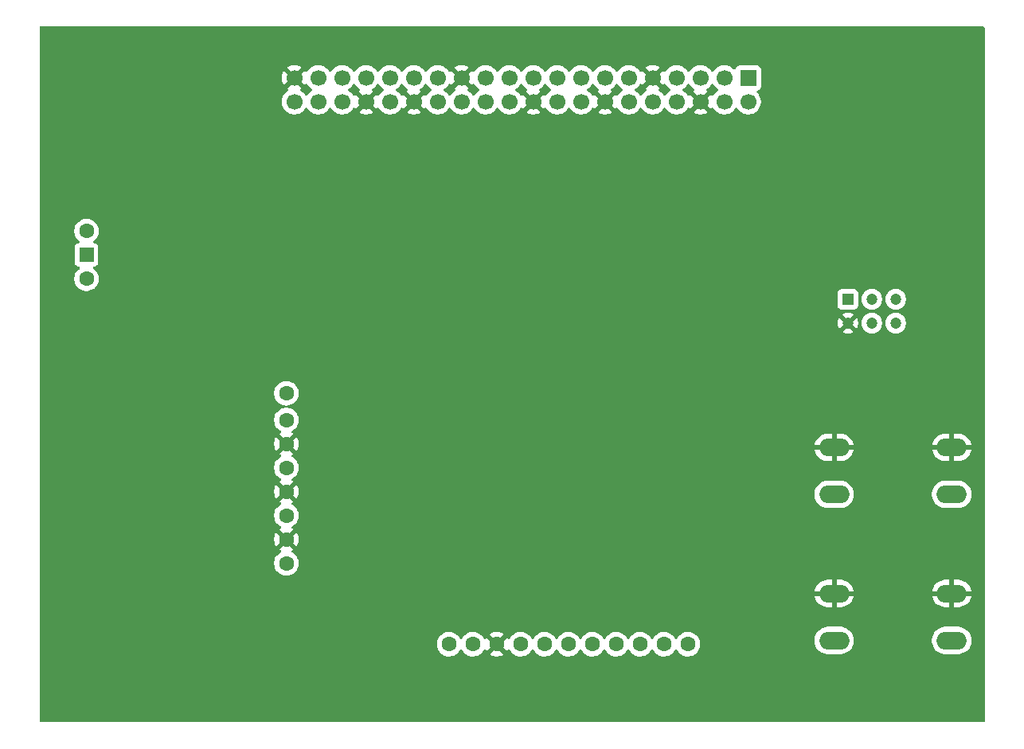
<source format=gbl>
G04 #@! TF.GenerationSoftware,KiCad,Pcbnew,9.0.1*
G04 #@! TF.CreationDate,2025-04-06T16:16:06+02:00*
G04 #@! TF.ProjectId,camera_base,63616d65-7261-45f6-9261-73652e6b6963,rev?*
G04 #@! TF.SameCoordinates,Original*
G04 #@! TF.FileFunction,Copper,L2,Bot*
G04 #@! TF.FilePolarity,Positive*
%FSLAX46Y46*%
G04 Gerber Fmt 4.6, Leading zero omitted, Abs format (unit mm)*
G04 Created by KiCad (PCBNEW 9.0.1) date 2025-04-06 16:16:06*
%MOMM*%
%LPD*%
G01*
G04 APERTURE LIST*
G04 #@! TA.AperFunction,ComponentPad*
%ADD10C,1.600000*%
G04 #@! TD*
G04 #@! TA.AperFunction,ComponentPad*
%ADD11C,1.700000*%
G04 #@! TD*
G04 #@! TA.AperFunction,ComponentPad*
%ADD12R,1.700000X1.700000*%
G04 #@! TD*
G04 #@! TA.AperFunction,ComponentPad*
%ADD13R,1.200000X1.200000*%
G04 #@! TD*
G04 #@! TA.AperFunction,ComponentPad*
%ADD14C,1.200000*%
G04 #@! TD*
G04 #@! TA.AperFunction,ComponentPad*
%ADD15O,3.200000X1.900000*%
G04 #@! TD*
G04 #@! TA.AperFunction,ComponentPad*
%ADD16R,1.500000X1.500000*%
G04 #@! TD*
G04 APERTURE END LIST*
D10*
X124700000Y-170200000D03*
X122160000Y-170200000D03*
X119620000Y-170200000D03*
X117080000Y-170200000D03*
X114540000Y-170200000D03*
X112000000Y-170200000D03*
X109460000Y-170200000D03*
X106920000Y-170200000D03*
X104380000Y-170200000D03*
X101840000Y-170200000D03*
X99300000Y-170200000D03*
D11*
X82860000Y-112500000D03*
X82860000Y-109960000D03*
X85400000Y-112500000D03*
X85400000Y-109960000D03*
X87940000Y-112500000D03*
X87940000Y-109960000D03*
X90480000Y-112500000D03*
X90480000Y-109960000D03*
X93020000Y-112500000D03*
X93020000Y-109960000D03*
X95560000Y-112500000D03*
X95560000Y-109960000D03*
X98100000Y-112500000D03*
X98100000Y-109960000D03*
X100640000Y-112500000D03*
X100640000Y-109960000D03*
X103180000Y-112500000D03*
X103180000Y-109960000D03*
X105720000Y-112500000D03*
X105720000Y-109960000D03*
X108260000Y-112500000D03*
X108260000Y-109960000D03*
X110800000Y-112500000D03*
X110800000Y-109960000D03*
X113340000Y-112500000D03*
X113340000Y-109960000D03*
X115880000Y-112500000D03*
X115880000Y-109960000D03*
X118420000Y-112500000D03*
X118420000Y-109960000D03*
X120960000Y-112500000D03*
X120960000Y-109960000D03*
X123500000Y-112500000D03*
X123500000Y-109960000D03*
X126040000Y-112500000D03*
X126040000Y-109960000D03*
X128580000Y-112500000D03*
X128580000Y-109960000D03*
X131120000Y-112500000D03*
D12*
X131120000Y-109960000D03*
D13*
X141710000Y-133500000D03*
D14*
X144250000Y-133500000D03*
X146790000Y-133500000D03*
X141710000Y-136040000D03*
X144250000Y-136040000D03*
X146790000Y-136040000D03*
D15*
X140250000Y-164800000D03*
X152750000Y-164800000D03*
X140250000Y-169800000D03*
X152750000Y-169800000D03*
D16*
X60750000Y-128790000D03*
D10*
X60750000Y-131330000D03*
X60750000Y-126250000D03*
X82000000Y-143500000D03*
X82000000Y-146340000D03*
X82000000Y-148880000D03*
X82000000Y-151420000D03*
X82000000Y-153960000D03*
X82000000Y-156500000D03*
X82000000Y-159040000D03*
X82000000Y-161580000D03*
D15*
X140250000Y-149250000D03*
X152750000Y-149250000D03*
X140250000Y-154250000D03*
X152750000Y-154250000D03*
G04 #@! TA.AperFunction,Conductor*
G36*
X89281444Y-110613999D02*
G01*
X89320486Y-110659056D01*
X89324951Y-110667820D01*
X89449890Y-110839786D01*
X89600213Y-110990109D01*
X89772179Y-111115048D01*
X89772181Y-111115049D01*
X89772184Y-111115051D01*
X89781493Y-111119794D01*
X89832290Y-111167766D01*
X89849087Y-111235587D01*
X89826552Y-111301722D01*
X89781505Y-111340760D01*
X89772446Y-111345376D01*
X89772440Y-111345380D01*
X89718282Y-111384727D01*
X89718282Y-111384728D01*
X90350591Y-112017037D01*
X90287007Y-112034075D01*
X90172993Y-112099901D01*
X90079901Y-112192993D01*
X90014075Y-112307007D01*
X89997037Y-112370591D01*
X89364728Y-111738282D01*
X89364727Y-111738282D01*
X89325380Y-111792440D01*
X89325376Y-111792446D01*
X89320760Y-111801505D01*
X89272781Y-111852297D01*
X89204959Y-111869087D01*
X89138826Y-111846543D01*
X89099794Y-111801493D01*
X89095051Y-111792184D01*
X89095049Y-111792181D01*
X89095048Y-111792179D01*
X88970109Y-111620213D01*
X88819786Y-111469890D01*
X88647820Y-111344951D01*
X88639600Y-111340763D01*
X88639054Y-111340485D01*
X88588259Y-111292512D01*
X88571463Y-111224692D01*
X88593999Y-111158556D01*
X88639054Y-111119515D01*
X88647816Y-111115051D01*
X88734138Y-111052335D01*
X88819786Y-110990109D01*
X88819788Y-110990106D01*
X88819792Y-110990104D01*
X88970104Y-110839792D01*
X88970106Y-110839788D01*
X88970109Y-110839786D01*
X89095048Y-110667820D01*
X89095047Y-110667820D01*
X89095051Y-110667816D01*
X89099514Y-110659054D01*
X89147488Y-110608259D01*
X89215308Y-110591463D01*
X89281444Y-110613999D01*
G37*
G04 #@! TD.AperFunction*
G04 #@! TA.AperFunction,Conductor*
G36*
X94361444Y-110613999D02*
G01*
X94400486Y-110659056D01*
X94404951Y-110667820D01*
X94529890Y-110839786D01*
X94680213Y-110990109D01*
X94852179Y-111115048D01*
X94852181Y-111115049D01*
X94852184Y-111115051D01*
X94861493Y-111119794D01*
X94912290Y-111167766D01*
X94929087Y-111235587D01*
X94906552Y-111301722D01*
X94861505Y-111340760D01*
X94852446Y-111345376D01*
X94852440Y-111345380D01*
X94798282Y-111384727D01*
X94798282Y-111384728D01*
X95430591Y-112017037D01*
X95367007Y-112034075D01*
X95252993Y-112099901D01*
X95159901Y-112192993D01*
X95094075Y-112307007D01*
X95077037Y-112370591D01*
X94444728Y-111738282D01*
X94444727Y-111738282D01*
X94405380Y-111792440D01*
X94405376Y-111792446D01*
X94400760Y-111801505D01*
X94352781Y-111852297D01*
X94284959Y-111869087D01*
X94218826Y-111846543D01*
X94179794Y-111801493D01*
X94175051Y-111792184D01*
X94175049Y-111792181D01*
X94175048Y-111792179D01*
X94050109Y-111620213D01*
X93899786Y-111469890D01*
X93727820Y-111344951D01*
X93719600Y-111340763D01*
X93719054Y-111340485D01*
X93668259Y-111292512D01*
X93651463Y-111224692D01*
X93673999Y-111158556D01*
X93719054Y-111119515D01*
X93727816Y-111115051D01*
X93814138Y-111052335D01*
X93899786Y-110990109D01*
X93899788Y-110990106D01*
X93899792Y-110990104D01*
X94050104Y-110839792D01*
X94050106Y-110839788D01*
X94050109Y-110839786D01*
X94175048Y-110667820D01*
X94175047Y-110667820D01*
X94175051Y-110667816D01*
X94179514Y-110659054D01*
X94227488Y-110608259D01*
X94295308Y-110591463D01*
X94361444Y-110613999D01*
G37*
G04 #@! TD.AperFunction*
G04 #@! TA.AperFunction,Conductor*
G36*
X107061444Y-110613999D02*
G01*
X107100486Y-110659056D01*
X107104951Y-110667820D01*
X107229890Y-110839786D01*
X107380213Y-110990109D01*
X107552179Y-111115048D01*
X107552181Y-111115049D01*
X107552184Y-111115051D01*
X107561493Y-111119794D01*
X107612290Y-111167766D01*
X107629087Y-111235587D01*
X107606552Y-111301722D01*
X107561505Y-111340760D01*
X107552446Y-111345376D01*
X107552440Y-111345380D01*
X107498282Y-111384727D01*
X107498282Y-111384728D01*
X108130591Y-112017037D01*
X108067007Y-112034075D01*
X107952993Y-112099901D01*
X107859901Y-112192993D01*
X107794075Y-112307007D01*
X107777037Y-112370591D01*
X107144728Y-111738282D01*
X107144727Y-111738282D01*
X107105380Y-111792440D01*
X107105376Y-111792446D01*
X107100760Y-111801505D01*
X107052781Y-111852297D01*
X106984959Y-111869087D01*
X106918826Y-111846543D01*
X106879794Y-111801493D01*
X106875051Y-111792184D01*
X106875049Y-111792181D01*
X106875048Y-111792179D01*
X106750109Y-111620213D01*
X106599786Y-111469890D01*
X106427820Y-111344951D01*
X106419600Y-111340763D01*
X106419054Y-111340485D01*
X106368259Y-111292512D01*
X106351463Y-111224692D01*
X106373999Y-111158556D01*
X106419054Y-111119515D01*
X106427816Y-111115051D01*
X106514138Y-111052335D01*
X106599786Y-110990109D01*
X106599788Y-110990106D01*
X106599792Y-110990104D01*
X106750104Y-110839792D01*
X106750106Y-110839788D01*
X106750109Y-110839786D01*
X106875048Y-110667820D01*
X106875047Y-110667820D01*
X106875051Y-110667816D01*
X106879514Y-110659054D01*
X106927488Y-110608259D01*
X106995308Y-110591463D01*
X107061444Y-110613999D01*
G37*
G04 #@! TD.AperFunction*
G04 #@! TA.AperFunction,Conductor*
G36*
X114681444Y-110613999D02*
G01*
X114720486Y-110659056D01*
X114724951Y-110667820D01*
X114849890Y-110839786D01*
X115000213Y-110990109D01*
X115172179Y-111115048D01*
X115172181Y-111115049D01*
X115172184Y-111115051D01*
X115181493Y-111119794D01*
X115232290Y-111167766D01*
X115249087Y-111235587D01*
X115226552Y-111301722D01*
X115181505Y-111340760D01*
X115172446Y-111345376D01*
X115172440Y-111345380D01*
X115118282Y-111384727D01*
X115118282Y-111384728D01*
X115750591Y-112017037D01*
X115687007Y-112034075D01*
X115572993Y-112099901D01*
X115479901Y-112192993D01*
X115414075Y-112307007D01*
X115397037Y-112370591D01*
X114764728Y-111738282D01*
X114764727Y-111738282D01*
X114725380Y-111792440D01*
X114725376Y-111792446D01*
X114720760Y-111801505D01*
X114672781Y-111852297D01*
X114604959Y-111869087D01*
X114538826Y-111846543D01*
X114499794Y-111801493D01*
X114495051Y-111792184D01*
X114495049Y-111792181D01*
X114495048Y-111792179D01*
X114370109Y-111620213D01*
X114219786Y-111469890D01*
X114047820Y-111344951D01*
X114039600Y-111340763D01*
X114039054Y-111340485D01*
X113988259Y-111292512D01*
X113971463Y-111224692D01*
X113993999Y-111158556D01*
X114039054Y-111119515D01*
X114047816Y-111115051D01*
X114134138Y-111052335D01*
X114219786Y-110990109D01*
X114219788Y-110990106D01*
X114219792Y-110990104D01*
X114370104Y-110839792D01*
X114370106Y-110839788D01*
X114370109Y-110839786D01*
X114495048Y-110667820D01*
X114495047Y-110667820D01*
X114495051Y-110667816D01*
X114499514Y-110659054D01*
X114547488Y-110608259D01*
X114615308Y-110591463D01*
X114681444Y-110613999D01*
G37*
G04 #@! TD.AperFunction*
G04 #@! TA.AperFunction,Conductor*
G36*
X124841444Y-110613999D02*
G01*
X124880486Y-110659056D01*
X124884951Y-110667820D01*
X125009890Y-110839786D01*
X125160213Y-110990109D01*
X125332179Y-111115048D01*
X125332181Y-111115049D01*
X125332184Y-111115051D01*
X125341493Y-111119794D01*
X125392290Y-111167766D01*
X125409087Y-111235587D01*
X125386552Y-111301722D01*
X125341505Y-111340760D01*
X125332446Y-111345376D01*
X125332440Y-111345380D01*
X125278282Y-111384727D01*
X125278282Y-111384728D01*
X125910591Y-112017037D01*
X125847007Y-112034075D01*
X125732993Y-112099901D01*
X125639901Y-112192993D01*
X125574075Y-112307007D01*
X125557037Y-112370591D01*
X124924728Y-111738282D01*
X124924727Y-111738282D01*
X124885380Y-111792440D01*
X124885376Y-111792446D01*
X124880760Y-111801505D01*
X124832781Y-111852297D01*
X124764959Y-111869087D01*
X124698826Y-111846543D01*
X124659794Y-111801493D01*
X124655051Y-111792184D01*
X124655049Y-111792181D01*
X124655048Y-111792179D01*
X124530109Y-111620213D01*
X124379786Y-111469890D01*
X124207820Y-111344951D01*
X124199600Y-111340763D01*
X124199054Y-111340485D01*
X124148259Y-111292512D01*
X124131463Y-111224692D01*
X124153999Y-111158556D01*
X124199054Y-111119515D01*
X124207816Y-111115051D01*
X124294138Y-111052335D01*
X124379786Y-110990109D01*
X124379788Y-110990106D01*
X124379792Y-110990104D01*
X124530104Y-110839792D01*
X124530106Y-110839788D01*
X124530109Y-110839786D01*
X124655048Y-110667820D01*
X124655047Y-110667820D01*
X124655051Y-110667816D01*
X124659514Y-110659054D01*
X124707488Y-110608259D01*
X124775308Y-110591463D01*
X124841444Y-110613999D01*
G37*
G04 #@! TD.AperFunction*
G04 #@! TA.AperFunction,Conductor*
G36*
X91821444Y-110613999D02*
G01*
X91860486Y-110659056D01*
X91864951Y-110667820D01*
X91989890Y-110839786D01*
X92140213Y-110990109D01*
X92312182Y-111115050D01*
X92320946Y-111119516D01*
X92371742Y-111167491D01*
X92388536Y-111235312D01*
X92365998Y-111301447D01*
X92320946Y-111340484D01*
X92312182Y-111344949D01*
X92140213Y-111469890D01*
X91989890Y-111620213D01*
X91864949Y-111792182D01*
X91860202Y-111801499D01*
X91812227Y-111852293D01*
X91744405Y-111869087D01*
X91678271Y-111846548D01*
X91639234Y-111801495D01*
X91634626Y-111792452D01*
X91595270Y-111738282D01*
X90962962Y-112370590D01*
X90945925Y-112307007D01*
X90880099Y-112192993D01*
X90787007Y-112099901D01*
X90672993Y-112034075D01*
X90609409Y-112017037D01*
X91241716Y-111384728D01*
X91187547Y-111345373D01*
X91187547Y-111345372D01*
X91178500Y-111340763D01*
X91127706Y-111292788D01*
X91110912Y-111224966D01*
X91133451Y-111158832D01*
X91178508Y-111119793D01*
X91187816Y-111115051D01*
X91274147Y-111052328D01*
X91359786Y-110990109D01*
X91359788Y-110990106D01*
X91359792Y-110990104D01*
X91510104Y-110839792D01*
X91510106Y-110839788D01*
X91510109Y-110839786D01*
X91635048Y-110667820D01*
X91635047Y-110667820D01*
X91635051Y-110667816D01*
X91639514Y-110659054D01*
X91687488Y-110608259D01*
X91755308Y-110591463D01*
X91821444Y-110613999D01*
G37*
G04 #@! TD.AperFunction*
G04 #@! TA.AperFunction,Conductor*
G36*
X96901444Y-110613999D02*
G01*
X96940486Y-110659056D01*
X96944951Y-110667820D01*
X97069890Y-110839786D01*
X97220213Y-110990109D01*
X97392182Y-111115050D01*
X97400946Y-111119516D01*
X97451742Y-111167491D01*
X97468536Y-111235312D01*
X97445998Y-111301447D01*
X97400946Y-111340484D01*
X97392182Y-111344949D01*
X97220213Y-111469890D01*
X97069890Y-111620213D01*
X96944949Y-111792182D01*
X96940202Y-111801499D01*
X96892227Y-111852293D01*
X96824405Y-111869087D01*
X96758271Y-111846548D01*
X96719234Y-111801495D01*
X96714626Y-111792452D01*
X96675270Y-111738282D01*
X96675269Y-111738282D01*
X96042962Y-112370590D01*
X96025925Y-112307007D01*
X95960099Y-112192993D01*
X95867007Y-112099901D01*
X95752993Y-112034075D01*
X95689409Y-112017037D01*
X96321716Y-111384728D01*
X96267547Y-111345373D01*
X96267547Y-111345372D01*
X96258500Y-111340763D01*
X96207706Y-111292788D01*
X96190912Y-111224966D01*
X96213451Y-111158832D01*
X96258508Y-111119793D01*
X96267816Y-111115051D01*
X96354147Y-111052328D01*
X96439786Y-110990109D01*
X96439788Y-110990106D01*
X96439792Y-110990104D01*
X96590104Y-110839792D01*
X96590106Y-110839788D01*
X96590109Y-110839786D01*
X96715048Y-110667820D01*
X96715047Y-110667820D01*
X96715051Y-110667816D01*
X96719514Y-110659054D01*
X96767488Y-110608259D01*
X96835308Y-110591463D01*
X96901444Y-110613999D01*
G37*
G04 #@! TD.AperFunction*
G04 #@! TA.AperFunction,Conductor*
G36*
X109601444Y-110613999D02*
G01*
X109640486Y-110659056D01*
X109644951Y-110667820D01*
X109769890Y-110839786D01*
X109920213Y-110990109D01*
X110092182Y-111115050D01*
X110100946Y-111119516D01*
X110151742Y-111167491D01*
X110168536Y-111235312D01*
X110145998Y-111301447D01*
X110100946Y-111340484D01*
X110092182Y-111344949D01*
X109920213Y-111469890D01*
X109769890Y-111620213D01*
X109644949Y-111792182D01*
X109640202Y-111801499D01*
X109592227Y-111852293D01*
X109524405Y-111869087D01*
X109458271Y-111846548D01*
X109419234Y-111801495D01*
X109414626Y-111792452D01*
X109375270Y-111738282D01*
X108742962Y-112370590D01*
X108725925Y-112307007D01*
X108660099Y-112192993D01*
X108567007Y-112099901D01*
X108452993Y-112034075D01*
X108389409Y-112017037D01*
X109021716Y-111384728D01*
X108967547Y-111345373D01*
X108967547Y-111345372D01*
X108958500Y-111340763D01*
X108907706Y-111292788D01*
X108890912Y-111224966D01*
X108913451Y-111158832D01*
X108958508Y-111119793D01*
X108967816Y-111115051D01*
X109054147Y-111052328D01*
X109139786Y-110990109D01*
X109139788Y-110990106D01*
X109139792Y-110990104D01*
X109290104Y-110839792D01*
X109290106Y-110839788D01*
X109290109Y-110839786D01*
X109415048Y-110667820D01*
X109415047Y-110667820D01*
X109415051Y-110667816D01*
X109419514Y-110659054D01*
X109467488Y-110608259D01*
X109535308Y-110591463D01*
X109601444Y-110613999D01*
G37*
G04 #@! TD.AperFunction*
G04 #@! TA.AperFunction,Conductor*
G36*
X117221444Y-110613999D02*
G01*
X117260486Y-110659056D01*
X117264951Y-110667820D01*
X117389890Y-110839786D01*
X117540213Y-110990109D01*
X117712182Y-111115050D01*
X117720946Y-111119516D01*
X117771742Y-111167491D01*
X117788536Y-111235312D01*
X117765998Y-111301447D01*
X117720946Y-111340484D01*
X117712182Y-111344949D01*
X117540213Y-111469890D01*
X117389890Y-111620213D01*
X117264949Y-111792182D01*
X117260202Y-111801499D01*
X117212227Y-111852293D01*
X117144405Y-111869087D01*
X117078271Y-111846548D01*
X117039234Y-111801495D01*
X117034626Y-111792452D01*
X116995270Y-111738282D01*
X116995269Y-111738282D01*
X116362962Y-112370590D01*
X116345925Y-112307007D01*
X116280099Y-112192993D01*
X116187007Y-112099901D01*
X116072993Y-112034075D01*
X116009409Y-112017037D01*
X116641716Y-111384728D01*
X116587547Y-111345373D01*
X116587547Y-111345372D01*
X116578500Y-111340763D01*
X116527706Y-111292788D01*
X116510912Y-111224966D01*
X116533451Y-111158832D01*
X116578508Y-111119793D01*
X116587816Y-111115051D01*
X116674147Y-111052328D01*
X116759786Y-110990109D01*
X116759788Y-110990106D01*
X116759792Y-110990104D01*
X116910104Y-110839792D01*
X116910106Y-110839788D01*
X116910109Y-110839786D01*
X117035048Y-110667820D01*
X117035047Y-110667820D01*
X117035051Y-110667816D01*
X117039514Y-110659054D01*
X117087488Y-110608259D01*
X117155308Y-110591463D01*
X117221444Y-110613999D01*
G37*
G04 #@! TD.AperFunction*
G04 #@! TA.AperFunction,Conductor*
G36*
X127381444Y-110613999D02*
G01*
X127420486Y-110659056D01*
X127424951Y-110667820D01*
X127549890Y-110839786D01*
X127700213Y-110990109D01*
X127872182Y-111115050D01*
X127880946Y-111119516D01*
X127931742Y-111167491D01*
X127948536Y-111235312D01*
X127925998Y-111301447D01*
X127880946Y-111340484D01*
X127872182Y-111344949D01*
X127700213Y-111469890D01*
X127549890Y-111620213D01*
X127424949Y-111792182D01*
X127420202Y-111801499D01*
X127372227Y-111852293D01*
X127304405Y-111869087D01*
X127238271Y-111846548D01*
X127199234Y-111801495D01*
X127194626Y-111792452D01*
X127155270Y-111738282D01*
X127155269Y-111738282D01*
X126522962Y-112370590D01*
X126505925Y-112307007D01*
X126440099Y-112192993D01*
X126347007Y-112099901D01*
X126232993Y-112034075D01*
X126169409Y-112017037D01*
X126801716Y-111384728D01*
X126747547Y-111345373D01*
X126747547Y-111345372D01*
X126738500Y-111340763D01*
X126687706Y-111292788D01*
X126670912Y-111224966D01*
X126693451Y-111158832D01*
X126738508Y-111119793D01*
X126747816Y-111115051D01*
X126834147Y-111052328D01*
X126919786Y-110990109D01*
X126919788Y-110990106D01*
X126919792Y-110990104D01*
X127070104Y-110839792D01*
X127070106Y-110839788D01*
X127070109Y-110839786D01*
X127195048Y-110667820D01*
X127195047Y-110667820D01*
X127195051Y-110667816D01*
X127199514Y-110659054D01*
X127247488Y-110608259D01*
X127315308Y-110591463D01*
X127381444Y-110613999D01*
G37*
G04 #@! TD.AperFunction*
G04 #@! TA.AperFunction,Conductor*
G36*
X83975270Y-110721717D02*
G01*
X83975270Y-110721716D01*
X84014622Y-110667555D01*
X84019232Y-110658507D01*
X84067205Y-110607709D01*
X84135025Y-110590912D01*
X84201161Y-110613447D01*
X84240204Y-110658504D01*
X84244949Y-110667817D01*
X84369890Y-110839786D01*
X84520213Y-110990109D01*
X84692182Y-111115050D01*
X84700946Y-111119516D01*
X84751742Y-111167491D01*
X84768536Y-111235312D01*
X84745998Y-111301447D01*
X84700946Y-111340484D01*
X84692182Y-111344949D01*
X84520213Y-111469890D01*
X84369890Y-111620213D01*
X84244949Y-111792182D01*
X84240484Y-111800946D01*
X84192509Y-111851742D01*
X84124688Y-111868536D01*
X84058553Y-111845998D01*
X84019516Y-111800946D01*
X84015050Y-111792182D01*
X83890109Y-111620213D01*
X83739786Y-111469890D01*
X83567817Y-111344949D01*
X83558504Y-111340204D01*
X83507707Y-111292230D01*
X83490912Y-111224409D01*
X83513449Y-111158274D01*
X83558507Y-111119232D01*
X83567555Y-111114622D01*
X83621716Y-111075270D01*
X83621717Y-111075270D01*
X82989408Y-110442962D01*
X83052993Y-110425925D01*
X83167007Y-110360099D01*
X83260099Y-110267007D01*
X83325925Y-110152993D01*
X83342962Y-110089408D01*
X83975270Y-110721717D01*
G37*
G04 #@! TD.AperFunction*
G04 #@! TA.AperFunction,Conductor*
G36*
X100174075Y-110152993D02*
G01*
X100239901Y-110267007D01*
X100332993Y-110360099D01*
X100447007Y-110425925D01*
X100510590Y-110442962D01*
X99878282Y-111075269D01*
X99878282Y-111075270D01*
X99932452Y-111114626D01*
X99932451Y-111114626D01*
X99941495Y-111119234D01*
X99992292Y-111167208D01*
X100009087Y-111235029D01*
X99986550Y-111301164D01*
X99941499Y-111340202D01*
X99932182Y-111344949D01*
X99760213Y-111469890D01*
X99609890Y-111620213D01*
X99484949Y-111792182D01*
X99480484Y-111800946D01*
X99432509Y-111851742D01*
X99364688Y-111868536D01*
X99298553Y-111845998D01*
X99259516Y-111800946D01*
X99255050Y-111792182D01*
X99130109Y-111620213D01*
X98979786Y-111469890D01*
X98807820Y-111344951D01*
X98799600Y-111340763D01*
X98799054Y-111340485D01*
X98748259Y-111292512D01*
X98731463Y-111224692D01*
X98753999Y-111158556D01*
X98799054Y-111119515D01*
X98807816Y-111115051D01*
X98894138Y-111052335D01*
X98979786Y-110990109D01*
X98979788Y-110990106D01*
X98979792Y-110990104D01*
X99130104Y-110839792D01*
X99130106Y-110839788D01*
X99130109Y-110839786D01*
X99215890Y-110721717D01*
X99255051Y-110667816D01*
X99259793Y-110658508D01*
X99307763Y-110607711D01*
X99375583Y-110590911D01*
X99441719Y-110613445D01*
X99480763Y-110658500D01*
X99485373Y-110667547D01*
X99524728Y-110721716D01*
X100157037Y-110089408D01*
X100174075Y-110152993D01*
G37*
G04 #@! TD.AperFunction*
G04 #@! TA.AperFunction,Conductor*
G36*
X101755270Y-110721717D02*
G01*
X101755270Y-110721716D01*
X101794622Y-110667555D01*
X101799232Y-110658507D01*
X101847205Y-110607709D01*
X101915025Y-110590912D01*
X101981161Y-110613447D01*
X102020204Y-110658504D01*
X102024949Y-110667817D01*
X102149890Y-110839786D01*
X102300213Y-110990109D01*
X102472182Y-111115050D01*
X102480946Y-111119516D01*
X102531742Y-111167491D01*
X102548536Y-111235312D01*
X102525998Y-111301447D01*
X102480946Y-111340484D01*
X102472182Y-111344949D01*
X102300213Y-111469890D01*
X102149890Y-111620213D01*
X102024949Y-111792182D01*
X102020484Y-111800946D01*
X101972509Y-111851742D01*
X101904688Y-111868536D01*
X101838553Y-111845998D01*
X101799516Y-111800946D01*
X101795050Y-111792182D01*
X101670109Y-111620213D01*
X101519786Y-111469890D01*
X101347817Y-111344949D01*
X101338504Y-111340204D01*
X101287707Y-111292230D01*
X101270912Y-111224409D01*
X101293449Y-111158274D01*
X101338507Y-111119232D01*
X101347555Y-111114622D01*
X101401716Y-111075270D01*
X101401717Y-111075270D01*
X100769408Y-110442962D01*
X100832993Y-110425925D01*
X100947007Y-110360099D01*
X101040099Y-110267007D01*
X101105925Y-110152993D01*
X101122962Y-110089408D01*
X101755270Y-110721717D01*
G37*
G04 #@! TD.AperFunction*
G04 #@! TA.AperFunction,Conductor*
G36*
X120494075Y-110152993D02*
G01*
X120559901Y-110267007D01*
X120652993Y-110360099D01*
X120767007Y-110425925D01*
X120830590Y-110442962D01*
X120198282Y-111075269D01*
X120198282Y-111075270D01*
X120252452Y-111114626D01*
X120252451Y-111114626D01*
X120261495Y-111119234D01*
X120312292Y-111167208D01*
X120329087Y-111235029D01*
X120306550Y-111301164D01*
X120261499Y-111340202D01*
X120252182Y-111344949D01*
X120080213Y-111469890D01*
X119929890Y-111620213D01*
X119804949Y-111792182D01*
X119800484Y-111800946D01*
X119752509Y-111851742D01*
X119684688Y-111868536D01*
X119618553Y-111845998D01*
X119579516Y-111800946D01*
X119575050Y-111792182D01*
X119450109Y-111620213D01*
X119299786Y-111469890D01*
X119127820Y-111344951D01*
X119119600Y-111340763D01*
X119119054Y-111340485D01*
X119068259Y-111292512D01*
X119051463Y-111224692D01*
X119073999Y-111158556D01*
X119119054Y-111119515D01*
X119127816Y-111115051D01*
X119214138Y-111052335D01*
X119299786Y-110990109D01*
X119299788Y-110990106D01*
X119299792Y-110990104D01*
X119450104Y-110839792D01*
X119450106Y-110839788D01*
X119450109Y-110839786D01*
X119535890Y-110721717D01*
X119575051Y-110667816D01*
X119579793Y-110658508D01*
X119627763Y-110607711D01*
X119695583Y-110590911D01*
X119761719Y-110613445D01*
X119800763Y-110658500D01*
X119805373Y-110667547D01*
X119844728Y-110721716D01*
X120477037Y-110089408D01*
X120494075Y-110152993D01*
G37*
G04 #@! TD.AperFunction*
G04 #@! TA.AperFunction,Conductor*
G36*
X122075270Y-110721717D02*
G01*
X122075270Y-110721716D01*
X122114622Y-110667555D01*
X122119232Y-110658507D01*
X122167205Y-110607709D01*
X122235025Y-110590912D01*
X122301161Y-110613447D01*
X122340204Y-110658504D01*
X122344949Y-110667817D01*
X122469890Y-110839786D01*
X122620213Y-110990109D01*
X122792182Y-111115050D01*
X122800946Y-111119516D01*
X122851742Y-111167491D01*
X122868536Y-111235312D01*
X122845998Y-111301447D01*
X122800946Y-111340484D01*
X122792182Y-111344949D01*
X122620213Y-111469890D01*
X122469890Y-111620213D01*
X122344949Y-111792182D01*
X122340484Y-111800946D01*
X122292509Y-111851742D01*
X122224688Y-111868536D01*
X122158553Y-111845998D01*
X122119516Y-111800946D01*
X122115050Y-111792182D01*
X121990109Y-111620213D01*
X121839786Y-111469890D01*
X121667817Y-111344949D01*
X121658504Y-111340204D01*
X121607707Y-111292230D01*
X121590912Y-111224409D01*
X121613449Y-111158274D01*
X121658507Y-111119232D01*
X121667555Y-111114622D01*
X121721716Y-111075270D01*
X121721717Y-111075270D01*
X121089408Y-110442962D01*
X121152993Y-110425925D01*
X121267007Y-110360099D01*
X121360099Y-110267007D01*
X121425925Y-110152993D01*
X121442962Y-110089408D01*
X122075270Y-110721717D01*
G37*
G04 #@! TD.AperFunction*
G04 #@! TA.AperFunction,Conductor*
G36*
X156192539Y-104520185D02*
G01*
X156238294Y-104572989D01*
X156249500Y-104624500D01*
X156249500Y-178375500D01*
X156229815Y-178442539D01*
X156177011Y-178488294D01*
X156125500Y-178499500D01*
X55874500Y-178499500D01*
X55807461Y-178479815D01*
X55761706Y-178427011D01*
X55750500Y-178375500D01*
X55750500Y-170097648D01*
X97999500Y-170097648D01*
X97999500Y-170302351D01*
X98031522Y-170504534D01*
X98094781Y-170699223D01*
X98158691Y-170824653D01*
X98187585Y-170881359D01*
X98187715Y-170881613D01*
X98308028Y-171047213D01*
X98452786Y-171191971D01*
X98573226Y-171279474D01*
X98618390Y-171312287D01*
X98734607Y-171371503D01*
X98800776Y-171405218D01*
X98800778Y-171405218D01*
X98800781Y-171405220D01*
X98905137Y-171439127D01*
X98995465Y-171468477D01*
X99096557Y-171484488D01*
X99197648Y-171500500D01*
X99197649Y-171500500D01*
X99402351Y-171500500D01*
X99402352Y-171500500D01*
X99604534Y-171468477D01*
X99799219Y-171405220D01*
X99981610Y-171312287D01*
X100074590Y-171244732D01*
X100147213Y-171191971D01*
X100147215Y-171191968D01*
X100147219Y-171191966D01*
X100291966Y-171047219D01*
X100291968Y-171047215D01*
X100291971Y-171047213D01*
X100412284Y-170881614D01*
X100412286Y-170881611D01*
X100412287Y-170881610D01*
X100459516Y-170788917D01*
X100507489Y-170738123D01*
X100575310Y-170721328D01*
X100641445Y-170743865D01*
X100680485Y-170788919D01*
X100727715Y-170881614D01*
X100848028Y-171047213D01*
X100992786Y-171191971D01*
X101113226Y-171279474D01*
X101158390Y-171312287D01*
X101274607Y-171371503D01*
X101340776Y-171405218D01*
X101340778Y-171405218D01*
X101340781Y-171405220D01*
X101445137Y-171439127D01*
X101535465Y-171468477D01*
X101636557Y-171484488D01*
X101737648Y-171500500D01*
X101737649Y-171500500D01*
X101942351Y-171500500D01*
X101942352Y-171500500D01*
X102144534Y-171468477D01*
X102339219Y-171405220D01*
X102521610Y-171312287D01*
X102614590Y-171244732D01*
X102687213Y-171191971D01*
X102687215Y-171191968D01*
X102687219Y-171191966D01*
X102831966Y-171047219D01*
X102831968Y-171047215D01*
X102831971Y-171047213D01*
X102952286Y-170881611D01*
X102952415Y-170881359D01*
X102999795Y-170788369D01*
X103047769Y-170737573D01*
X103115590Y-170720778D01*
X103181725Y-170743315D01*
X103220765Y-170788369D01*
X103268141Y-170881350D01*
X103268147Y-170881359D01*
X103300523Y-170925921D01*
X103300524Y-170925922D01*
X103897037Y-170329409D01*
X103914075Y-170392993D01*
X103979901Y-170507007D01*
X104072993Y-170600099D01*
X104187007Y-170665925D01*
X104250590Y-170682962D01*
X103654076Y-171279474D01*
X103698650Y-171311859D01*
X103880968Y-171404755D01*
X104075582Y-171467990D01*
X104277683Y-171500000D01*
X104482317Y-171500000D01*
X104684417Y-171467990D01*
X104879031Y-171404755D01*
X105061349Y-171311859D01*
X105105921Y-171279474D01*
X104509409Y-170682962D01*
X104572993Y-170665925D01*
X104687007Y-170600099D01*
X104780099Y-170507007D01*
X104845925Y-170392993D01*
X104862962Y-170329409D01*
X105459474Y-170925921D01*
X105491861Y-170881347D01*
X105491861Y-170881346D01*
X105539234Y-170788371D01*
X105587208Y-170737575D01*
X105655028Y-170720779D01*
X105721164Y-170743316D01*
X105760203Y-170788369D01*
X105807713Y-170881611D01*
X105928028Y-171047213D01*
X106072786Y-171191971D01*
X106193226Y-171279474D01*
X106238390Y-171312287D01*
X106354607Y-171371503D01*
X106420776Y-171405218D01*
X106420778Y-171405218D01*
X106420781Y-171405220D01*
X106525137Y-171439127D01*
X106615465Y-171468477D01*
X106716557Y-171484488D01*
X106817648Y-171500500D01*
X106817649Y-171500500D01*
X107022351Y-171500500D01*
X107022352Y-171500500D01*
X107224534Y-171468477D01*
X107419219Y-171405220D01*
X107601610Y-171312287D01*
X107694590Y-171244732D01*
X107767213Y-171191971D01*
X107767215Y-171191968D01*
X107767219Y-171191966D01*
X107911966Y-171047219D01*
X107911968Y-171047215D01*
X107911971Y-171047213D01*
X108032284Y-170881614D01*
X108032286Y-170881611D01*
X108032287Y-170881610D01*
X108079516Y-170788917D01*
X108127489Y-170738123D01*
X108195310Y-170721328D01*
X108261445Y-170743865D01*
X108300485Y-170788919D01*
X108347715Y-170881614D01*
X108468028Y-171047213D01*
X108612786Y-171191971D01*
X108733226Y-171279474D01*
X108778390Y-171312287D01*
X108894607Y-171371503D01*
X108960776Y-171405218D01*
X108960778Y-171405218D01*
X108960781Y-171405220D01*
X109065137Y-171439127D01*
X109155465Y-171468477D01*
X109256557Y-171484488D01*
X109357648Y-171500500D01*
X109357649Y-171500500D01*
X109562351Y-171500500D01*
X109562352Y-171500500D01*
X109764534Y-171468477D01*
X109959219Y-171405220D01*
X110141610Y-171312287D01*
X110234590Y-171244732D01*
X110307213Y-171191971D01*
X110307215Y-171191968D01*
X110307219Y-171191966D01*
X110451966Y-171047219D01*
X110451968Y-171047215D01*
X110451971Y-171047213D01*
X110572284Y-170881614D01*
X110572286Y-170881611D01*
X110572287Y-170881610D01*
X110619516Y-170788917D01*
X110667489Y-170738123D01*
X110735310Y-170721328D01*
X110801445Y-170743865D01*
X110840485Y-170788919D01*
X110887715Y-170881614D01*
X111008028Y-171047213D01*
X111152786Y-171191971D01*
X111273226Y-171279474D01*
X111318390Y-171312287D01*
X111434607Y-171371503D01*
X111500776Y-171405218D01*
X111500778Y-171405218D01*
X111500781Y-171405220D01*
X111605137Y-171439127D01*
X111695465Y-171468477D01*
X111796557Y-171484488D01*
X111897648Y-171500500D01*
X111897649Y-171500500D01*
X112102351Y-171500500D01*
X112102352Y-171500500D01*
X112304534Y-171468477D01*
X112499219Y-171405220D01*
X112681610Y-171312287D01*
X112774590Y-171244732D01*
X112847213Y-171191971D01*
X112847215Y-171191968D01*
X112847219Y-171191966D01*
X112991966Y-171047219D01*
X112991968Y-171047215D01*
X112991971Y-171047213D01*
X113112284Y-170881614D01*
X113112286Y-170881611D01*
X113112287Y-170881610D01*
X113159516Y-170788917D01*
X113207489Y-170738123D01*
X113275310Y-170721328D01*
X113341445Y-170743865D01*
X113380485Y-170788919D01*
X113427715Y-170881614D01*
X113548028Y-171047213D01*
X113692786Y-171191971D01*
X113813226Y-171279474D01*
X113858390Y-171312287D01*
X113974607Y-171371503D01*
X114040776Y-171405218D01*
X114040778Y-171405218D01*
X114040781Y-171405220D01*
X114145137Y-171439127D01*
X114235465Y-171468477D01*
X114336557Y-171484488D01*
X114437648Y-171500500D01*
X114437649Y-171500500D01*
X114642351Y-171500500D01*
X114642352Y-171500500D01*
X114844534Y-171468477D01*
X115039219Y-171405220D01*
X115221610Y-171312287D01*
X115314590Y-171244732D01*
X115387213Y-171191971D01*
X115387215Y-171191968D01*
X115387219Y-171191966D01*
X115531966Y-171047219D01*
X115531968Y-171047215D01*
X115531971Y-171047213D01*
X115652284Y-170881614D01*
X115652286Y-170881611D01*
X115652287Y-170881610D01*
X115699516Y-170788917D01*
X115747489Y-170738123D01*
X115815310Y-170721328D01*
X115881445Y-170743865D01*
X115920485Y-170788919D01*
X115967715Y-170881614D01*
X116088028Y-171047213D01*
X116232786Y-171191971D01*
X116353226Y-171279474D01*
X116398390Y-171312287D01*
X116514607Y-171371503D01*
X116580776Y-171405218D01*
X116580778Y-171405218D01*
X116580781Y-171405220D01*
X116685137Y-171439127D01*
X116775465Y-171468477D01*
X116876557Y-171484488D01*
X116977648Y-171500500D01*
X116977649Y-171500500D01*
X117182351Y-171500500D01*
X117182352Y-171500500D01*
X117384534Y-171468477D01*
X117579219Y-171405220D01*
X117761610Y-171312287D01*
X117854590Y-171244732D01*
X117927213Y-171191971D01*
X117927215Y-171191968D01*
X117927219Y-171191966D01*
X118071966Y-171047219D01*
X118071968Y-171047215D01*
X118071971Y-171047213D01*
X118192284Y-170881614D01*
X118192286Y-170881611D01*
X118192287Y-170881610D01*
X118239516Y-170788917D01*
X118287489Y-170738123D01*
X118355310Y-170721328D01*
X118421445Y-170743865D01*
X118460485Y-170788919D01*
X118507715Y-170881614D01*
X118628028Y-171047213D01*
X118772786Y-171191971D01*
X118893226Y-171279474D01*
X118938390Y-171312287D01*
X119054607Y-171371503D01*
X119120776Y-171405218D01*
X119120778Y-171405218D01*
X119120781Y-171405220D01*
X119225137Y-171439127D01*
X119315465Y-171468477D01*
X119416557Y-171484488D01*
X119517648Y-171500500D01*
X119517649Y-171500500D01*
X119722351Y-171500500D01*
X119722352Y-171500500D01*
X119924534Y-171468477D01*
X120119219Y-171405220D01*
X120301610Y-171312287D01*
X120394590Y-171244732D01*
X120467213Y-171191971D01*
X120467215Y-171191968D01*
X120467219Y-171191966D01*
X120611966Y-171047219D01*
X120611968Y-171047215D01*
X120611971Y-171047213D01*
X120732284Y-170881614D01*
X120732286Y-170881611D01*
X120732287Y-170881610D01*
X120779516Y-170788917D01*
X120827489Y-170738123D01*
X120895310Y-170721328D01*
X120961445Y-170743865D01*
X121000485Y-170788919D01*
X121047715Y-170881614D01*
X121168028Y-171047213D01*
X121312786Y-171191971D01*
X121433226Y-171279474D01*
X121478390Y-171312287D01*
X121594607Y-171371503D01*
X121660776Y-171405218D01*
X121660778Y-171405218D01*
X121660781Y-171405220D01*
X121765137Y-171439127D01*
X121855465Y-171468477D01*
X121956557Y-171484488D01*
X122057648Y-171500500D01*
X122057649Y-171500500D01*
X122262351Y-171500500D01*
X122262352Y-171500500D01*
X122464534Y-171468477D01*
X122659219Y-171405220D01*
X122841610Y-171312287D01*
X122934590Y-171244732D01*
X123007213Y-171191971D01*
X123007215Y-171191968D01*
X123007219Y-171191966D01*
X123151966Y-171047219D01*
X123151968Y-171047215D01*
X123151971Y-171047213D01*
X123272284Y-170881614D01*
X123272286Y-170881611D01*
X123272287Y-170881610D01*
X123319516Y-170788917D01*
X123367489Y-170738123D01*
X123435310Y-170721328D01*
X123501445Y-170743865D01*
X123540485Y-170788919D01*
X123587715Y-170881614D01*
X123708028Y-171047213D01*
X123852786Y-171191971D01*
X123973226Y-171279474D01*
X124018390Y-171312287D01*
X124134607Y-171371503D01*
X124200776Y-171405218D01*
X124200778Y-171405218D01*
X124200781Y-171405220D01*
X124305137Y-171439127D01*
X124395465Y-171468477D01*
X124496557Y-171484488D01*
X124597648Y-171500500D01*
X124597649Y-171500500D01*
X124802351Y-171500500D01*
X124802352Y-171500500D01*
X125004534Y-171468477D01*
X125199219Y-171405220D01*
X125381610Y-171312287D01*
X125474590Y-171244732D01*
X125547213Y-171191971D01*
X125547215Y-171191968D01*
X125547219Y-171191966D01*
X125691966Y-171047219D01*
X125691968Y-171047215D01*
X125691971Y-171047213D01*
X125744732Y-170974590D01*
X125812287Y-170881610D01*
X125905220Y-170699219D01*
X125968477Y-170504534D01*
X126000500Y-170302352D01*
X126000500Y-170097648D01*
X125971438Y-169914162D01*
X125968477Y-169895465D01*
X125937426Y-169799901D01*
X125905220Y-169700781D01*
X125897606Y-169685837D01*
X138149500Y-169685837D01*
X138149500Y-169914162D01*
X138185215Y-170139660D01*
X138255770Y-170356803D01*
X138356020Y-170553553D01*
X138359421Y-170560228D01*
X138493621Y-170744937D01*
X138655063Y-170906379D01*
X138839772Y-171040579D01*
X138935884Y-171089550D01*
X139043196Y-171144229D01*
X139043198Y-171144229D01*
X139043201Y-171144231D01*
X139159592Y-171182049D01*
X139260339Y-171214784D01*
X139485838Y-171250500D01*
X139485843Y-171250500D01*
X141014162Y-171250500D01*
X141239660Y-171214784D01*
X141456799Y-171144231D01*
X141660228Y-171040579D01*
X141844937Y-170906379D01*
X142006379Y-170744937D01*
X142140579Y-170560228D01*
X142244231Y-170356799D01*
X142314784Y-170139660D01*
X142321438Y-170097648D01*
X142350500Y-169914162D01*
X142350500Y-169685837D01*
X150649500Y-169685837D01*
X150649500Y-169914162D01*
X150685215Y-170139660D01*
X150755770Y-170356803D01*
X150856020Y-170553553D01*
X150859421Y-170560228D01*
X150993621Y-170744937D01*
X151155063Y-170906379D01*
X151339772Y-171040579D01*
X151435884Y-171089550D01*
X151543196Y-171144229D01*
X151543198Y-171144229D01*
X151543201Y-171144231D01*
X151659592Y-171182049D01*
X151760339Y-171214784D01*
X151985838Y-171250500D01*
X151985843Y-171250500D01*
X153514162Y-171250500D01*
X153739660Y-171214784D01*
X153956799Y-171144231D01*
X154160228Y-171040579D01*
X154344937Y-170906379D01*
X154506379Y-170744937D01*
X154640579Y-170560228D01*
X154744231Y-170356799D01*
X154814784Y-170139660D01*
X154821438Y-170097648D01*
X154850500Y-169914162D01*
X154850500Y-169685837D01*
X154814784Y-169460339D01*
X154744229Y-169243196D01*
X154640578Y-169039771D01*
X154562284Y-168932009D01*
X154506379Y-168855063D01*
X154344937Y-168693621D01*
X154160228Y-168559421D01*
X153956803Y-168455770D01*
X153739660Y-168385215D01*
X153514162Y-168349500D01*
X153514157Y-168349500D01*
X151985843Y-168349500D01*
X151985838Y-168349500D01*
X151760339Y-168385215D01*
X151543196Y-168455770D01*
X151339771Y-168559421D01*
X151155061Y-168693622D01*
X150993622Y-168855061D01*
X150859421Y-169039771D01*
X150755770Y-169243196D01*
X150685215Y-169460339D01*
X150649500Y-169685837D01*
X142350500Y-169685837D01*
X142314784Y-169460339D01*
X142244229Y-169243196D01*
X142140578Y-169039771D01*
X142062284Y-168932009D01*
X142006379Y-168855063D01*
X141844937Y-168693621D01*
X141660228Y-168559421D01*
X141456803Y-168455770D01*
X141239660Y-168385215D01*
X141014162Y-168349500D01*
X141014157Y-168349500D01*
X139485843Y-168349500D01*
X139485838Y-168349500D01*
X139260339Y-168385215D01*
X139043196Y-168455770D01*
X138839771Y-168559421D01*
X138655061Y-168693622D01*
X138493622Y-168855061D01*
X138359421Y-169039771D01*
X138255770Y-169243196D01*
X138185215Y-169460339D01*
X138149500Y-169685837D01*
X125897606Y-169685837D01*
X125812287Y-169518390D01*
X125780092Y-169474077D01*
X125691971Y-169352786D01*
X125547213Y-169208028D01*
X125381613Y-169087715D01*
X125381612Y-169087714D01*
X125381610Y-169087713D01*
X125287519Y-169039771D01*
X125199223Y-168994781D01*
X125004534Y-168931522D01*
X124829995Y-168903878D01*
X124802352Y-168899500D01*
X124597648Y-168899500D01*
X124573329Y-168903351D01*
X124395465Y-168931522D01*
X124200776Y-168994781D01*
X124018386Y-169087715D01*
X123852786Y-169208028D01*
X123708028Y-169352786D01*
X123587715Y-169518386D01*
X123540485Y-169611080D01*
X123492510Y-169661876D01*
X123424689Y-169678671D01*
X123358554Y-169656134D01*
X123319515Y-169611080D01*
X123272420Y-169518652D01*
X123272287Y-169518390D01*
X123240092Y-169474077D01*
X123151971Y-169352786D01*
X123007213Y-169208028D01*
X122841613Y-169087715D01*
X122841612Y-169087714D01*
X122841610Y-169087713D01*
X122747519Y-169039771D01*
X122659223Y-168994781D01*
X122464534Y-168931522D01*
X122289995Y-168903878D01*
X122262352Y-168899500D01*
X122057648Y-168899500D01*
X122033329Y-168903351D01*
X121855465Y-168931522D01*
X121660776Y-168994781D01*
X121478386Y-169087715D01*
X121312786Y-169208028D01*
X121168028Y-169352786D01*
X121047715Y-169518386D01*
X121000485Y-169611080D01*
X120952510Y-169661876D01*
X120884689Y-169678671D01*
X120818554Y-169656134D01*
X120779515Y-169611080D01*
X120732420Y-169518652D01*
X120732287Y-169518390D01*
X120700092Y-169474077D01*
X120611971Y-169352786D01*
X120467213Y-169208028D01*
X120301613Y-169087715D01*
X120301612Y-169087714D01*
X120301610Y-169087713D01*
X120207519Y-169039771D01*
X120119223Y-168994781D01*
X119924534Y-168931522D01*
X119749995Y-168903878D01*
X119722352Y-168899500D01*
X119517648Y-168899500D01*
X119493329Y-168903351D01*
X119315465Y-168931522D01*
X119120776Y-168994781D01*
X118938386Y-169087715D01*
X118772786Y-169208028D01*
X118628028Y-169352786D01*
X118507715Y-169518386D01*
X118460485Y-169611080D01*
X118412510Y-169661876D01*
X118344689Y-169678671D01*
X118278554Y-169656134D01*
X118239515Y-169611080D01*
X118192420Y-169518652D01*
X118192287Y-169518390D01*
X118160092Y-169474077D01*
X118071971Y-169352786D01*
X117927213Y-169208028D01*
X117761613Y-169087715D01*
X117761612Y-169087714D01*
X117761610Y-169087713D01*
X117667519Y-169039771D01*
X117579223Y-168994781D01*
X117384534Y-168931522D01*
X117209995Y-168903878D01*
X117182352Y-168899500D01*
X116977648Y-168899500D01*
X116953329Y-168903351D01*
X116775465Y-168931522D01*
X116580776Y-168994781D01*
X116398386Y-169087715D01*
X116232786Y-169208028D01*
X116088028Y-169352786D01*
X115967715Y-169518386D01*
X115920485Y-169611080D01*
X115872510Y-169661876D01*
X115804689Y-169678671D01*
X115738554Y-169656134D01*
X115699515Y-169611080D01*
X115652420Y-169518652D01*
X115652287Y-169518390D01*
X115620092Y-169474077D01*
X115531971Y-169352786D01*
X115387213Y-169208028D01*
X115221613Y-169087715D01*
X115221612Y-169087714D01*
X115221610Y-169087713D01*
X115127519Y-169039771D01*
X115039223Y-168994781D01*
X114844534Y-168931522D01*
X114669995Y-168903878D01*
X114642352Y-168899500D01*
X114437648Y-168899500D01*
X114413329Y-168903351D01*
X114235465Y-168931522D01*
X114040776Y-168994781D01*
X113858386Y-169087715D01*
X113692786Y-169208028D01*
X113548028Y-169352786D01*
X113427715Y-169518386D01*
X113380485Y-169611080D01*
X113332510Y-169661876D01*
X113264689Y-169678671D01*
X113198554Y-169656134D01*
X113159515Y-169611080D01*
X113112420Y-169518652D01*
X113112287Y-169518390D01*
X113080092Y-169474077D01*
X112991971Y-169352786D01*
X112847213Y-169208028D01*
X112681613Y-169087715D01*
X112681612Y-169087714D01*
X112681610Y-169087713D01*
X112587519Y-169039771D01*
X112499223Y-168994781D01*
X112304534Y-168931522D01*
X112129995Y-168903878D01*
X112102352Y-168899500D01*
X111897648Y-168899500D01*
X111873329Y-168903351D01*
X111695465Y-168931522D01*
X111500776Y-168994781D01*
X111318386Y-169087715D01*
X111152786Y-169208028D01*
X111008028Y-169352786D01*
X110887715Y-169518386D01*
X110840485Y-169611080D01*
X110792510Y-169661876D01*
X110724689Y-169678671D01*
X110658554Y-169656134D01*
X110619515Y-169611080D01*
X110572420Y-169518652D01*
X110572287Y-169518390D01*
X110540092Y-169474077D01*
X110451971Y-169352786D01*
X110307213Y-169208028D01*
X110141613Y-169087715D01*
X110141612Y-169087714D01*
X110141610Y-169087713D01*
X110047519Y-169039771D01*
X109959223Y-168994781D01*
X109764534Y-168931522D01*
X109589995Y-168903878D01*
X109562352Y-168899500D01*
X109357648Y-168899500D01*
X109333329Y-168903351D01*
X109155465Y-168931522D01*
X108960776Y-168994781D01*
X108778386Y-169087715D01*
X108612786Y-169208028D01*
X108468028Y-169352786D01*
X108347715Y-169518386D01*
X108300485Y-169611080D01*
X108252510Y-169661876D01*
X108184689Y-169678671D01*
X108118554Y-169656134D01*
X108079515Y-169611080D01*
X108032420Y-169518652D01*
X108032287Y-169518390D01*
X108000092Y-169474077D01*
X107911971Y-169352786D01*
X107767213Y-169208028D01*
X107601613Y-169087715D01*
X107601612Y-169087714D01*
X107601610Y-169087713D01*
X107507519Y-169039771D01*
X107419223Y-168994781D01*
X107224534Y-168931522D01*
X107049995Y-168903878D01*
X107022352Y-168899500D01*
X106817648Y-168899500D01*
X106793329Y-168903351D01*
X106615465Y-168931522D01*
X106420776Y-168994781D01*
X106238386Y-169087715D01*
X106072786Y-169208028D01*
X105928028Y-169352786D01*
X105807713Y-169518388D01*
X105760203Y-169611630D01*
X105712228Y-169662426D01*
X105644407Y-169679220D01*
X105578272Y-169656682D01*
X105539234Y-169611628D01*
X105491861Y-169518652D01*
X105459474Y-169474077D01*
X105459474Y-169474076D01*
X104862962Y-170070589D01*
X104845925Y-170007007D01*
X104780099Y-169892993D01*
X104687007Y-169799901D01*
X104572993Y-169734075D01*
X104509408Y-169717037D01*
X105105922Y-169120524D01*
X105105921Y-169120523D01*
X105061359Y-169088147D01*
X105061350Y-169088141D01*
X104879031Y-168995244D01*
X104684417Y-168932009D01*
X104482317Y-168900000D01*
X104277683Y-168900000D01*
X104075582Y-168932009D01*
X103880968Y-168995244D01*
X103698644Y-169088143D01*
X103654077Y-169120523D01*
X103654077Y-169120524D01*
X104250591Y-169717037D01*
X104187007Y-169734075D01*
X104072993Y-169799901D01*
X103979901Y-169892993D01*
X103914075Y-170007007D01*
X103897037Y-170070590D01*
X103300524Y-169474077D01*
X103300523Y-169474077D01*
X103268143Y-169518644D01*
X103220765Y-169611630D01*
X103172790Y-169662426D01*
X103104969Y-169679221D01*
X103038834Y-169656683D01*
X102999795Y-169611630D01*
X102952284Y-169518385D01*
X102831971Y-169352786D01*
X102687213Y-169208028D01*
X102521613Y-169087715D01*
X102521612Y-169087714D01*
X102521610Y-169087713D01*
X102427519Y-169039771D01*
X102339223Y-168994781D01*
X102144534Y-168931522D01*
X101969995Y-168903878D01*
X101942352Y-168899500D01*
X101737648Y-168899500D01*
X101713329Y-168903351D01*
X101535465Y-168931522D01*
X101340776Y-168994781D01*
X101158386Y-169087715D01*
X100992786Y-169208028D01*
X100848028Y-169352786D01*
X100727715Y-169518386D01*
X100680485Y-169611080D01*
X100632510Y-169661876D01*
X100564689Y-169678671D01*
X100498554Y-169656134D01*
X100459515Y-169611080D01*
X100412420Y-169518652D01*
X100412287Y-169518390D01*
X100380092Y-169474077D01*
X100291971Y-169352786D01*
X100147213Y-169208028D01*
X99981613Y-169087715D01*
X99981612Y-169087714D01*
X99981610Y-169087713D01*
X99887519Y-169039771D01*
X99799223Y-168994781D01*
X99604534Y-168931522D01*
X99429995Y-168903878D01*
X99402352Y-168899500D01*
X99197648Y-168899500D01*
X99173329Y-168903351D01*
X98995465Y-168931522D01*
X98800776Y-168994781D01*
X98618386Y-169087715D01*
X98452786Y-169208028D01*
X98308028Y-169352786D01*
X98187715Y-169518386D01*
X98094781Y-169700776D01*
X98031522Y-169895465D01*
X97999500Y-170097648D01*
X55750500Y-170097648D01*
X55750500Y-164550000D01*
X138171522Y-164550000D01*
X139649999Y-164550000D01*
X139624979Y-164610402D01*
X139600000Y-164735981D01*
X139600000Y-164864019D01*
X139624979Y-164989598D01*
X139649999Y-165050000D01*
X138171522Y-165050000D01*
X138185704Y-165139544D01*
X138256230Y-165356604D01*
X138359849Y-165559966D01*
X138494004Y-165744614D01*
X138655385Y-165905995D01*
X138840033Y-166040150D01*
X139043395Y-166143769D01*
X139260455Y-166214295D01*
X139485884Y-166250000D01*
X140000000Y-166250000D01*
X140000000Y-165400001D01*
X140060402Y-165425021D01*
X140185981Y-165450000D01*
X140314019Y-165450000D01*
X140439598Y-165425021D01*
X140500000Y-165400001D01*
X140500000Y-166250000D01*
X141014116Y-166250000D01*
X141239544Y-166214295D01*
X141456604Y-166143769D01*
X141659966Y-166040150D01*
X141844614Y-165905995D01*
X142005995Y-165744614D01*
X142140150Y-165559966D01*
X142243769Y-165356604D01*
X142314295Y-165139544D01*
X142328478Y-165050000D01*
X140850001Y-165050000D01*
X140875021Y-164989598D01*
X140900000Y-164864019D01*
X140900000Y-164735981D01*
X140875021Y-164610402D01*
X140850001Y-164550000D01*
X142328478Y-164550000D01*
X150671522Y-164550000D01*
X152149999Y-164550000D01*
X152124979Y-164610402D01*
X152100000Y-164735981D01*
X152100000Y-164864019D01*
X152124979Y-164989598D01*
X152149999Y-165050000D01*
X150671522Y-165050000D01*
X150685704Y-165139544D01*
X150756230Y-165356604D01*
X150859849Y-165559966D01*
X150994004Y-165744614D01*
X151155385Y-165905995D01*
X151340033Y-166040150D01*
X151543395Y-166143769D01*
X151760455Y-166214295D01*
X151985884Y-166250000D01*
X152500000Y-166250000D01*
X152500000Y-165400001D01*
X152560402Y-165425021D01*
X152685981Y-165450000D01*
X152814019Y-165450000D01*
X152939598Y-165425021D01*
X153000000Y-165400001D01*
X153000000Y-166250000D01*
X153514116Y-166250000D01*
X153739544Y-166214295D01*
X153956604Y-166143769D01*
X154159966Y-166040150D01*
X154344614Y-165905995D01*
X154505995Y-165744614D01*
X154640150Y-165559966D01*
X154743769Y-165356604D01*
X154814295Y-165139544D01*
X154828478Y-165050000D01*
X153350001Y-165050000D01*
X153375021Y-164989598D01*
X153400000Y-164864019D01*
X153400000Y-164735981D01*
X153375021Y-164610402D01*
X153350001Y-164550000D01*
X154828478Y-164550000D01*
X154814295Y-164460455D01*
X154743769Y-164243395D01*
X154640150Y-164040033D01*
X154505995Y-163855385D01*
X154344614Y-163694004D01*
X154159966Y-163559849D01*
X153956604Y-163456230D01*
X153739544Y-163385704D01*
X153514116Y-163350000D01*
X153000000Y-163350000D01*
X153000000Y-164199998D01*
X152939598Y-164174979D01*
X152814019Y-164150000D01*
X152685981Y-164150000D01*
X152560402Y-164174979D01*
X152500000Y-164199998D01*
X152500000Y-163350000D01*
X151985884Y-163350000D01*
X151760455Y-163385704D01*
X151543395Y-163456230D01*
X151340033Y-163559849D01*
X151155385Y-163694004D01*
X150994004Y-163855385D01*
X150859849Y-164040033D01*
X150756230Y-164243395D01*
X150685704Y-164460455D01*
X150671522Y-164550000D01*
X142328478Y-164550000D01*
X142314295Y-164460455D01*
X142243769Y-164243395D01*
X142140150Y-164040033D01*
X142005995Y-163855385D01*
X141844614Y-163694004D01*
X141659966Y-163559849D01*
X141456604Y-163456230D01*
X141239544Y-163385704D01*
X141014116Y-163350000D01*
X140500000Y-163350000D01*
X140500000Y-164199998D01*
X140439598Y-164174979D01*
X140314019Y-164150000D01*
X140185981Y-164150000D01*
X140060402Y-164174979D01*
X140000000Y-164199998D01*
X140000000Y-163350000D01*
X139485884Y-163350000D01*
X139260455Y-163385704D01*
X139043395Y-163456230D01*
X138840033Y-163559849D01*
X138655385Y-163694004D01*
X138494004Y-163855385D01*
X138359849Y-164040033D01*
X138256230Y-164243395D01*
X138185704Y-164460455D01*
X138171522Y-164550000D01*
X55750500Y-164550000D01*
X55750500Y-143397648D01*
X80699500Y-143397648D01*
X80699500Y-143602351D01*
X80731522Y-143804534D01*
X80794781Y-143999223D01*
X80887715Y-144181613D01*
X81008028Y-144347213D01*
X81152786Y-144491971D01*
X81307749Y-144604556D01*
X81318390Y-144612287D01*
X81434607Y-144671503D01*
X81500776Y-144705218D01*
X81500778Y-144705218D01*
X81500781Y-144705220D01*
X81605137Y-144739127D01*
X81695465Y-144768477D01*
X81878878Y-144797527D01*
X81942013Y-144827456D01*
X81978944Y-144886768D01*
X81977946Y-144956630D01*
X81939336Y-145014863D01*
X81878878Y-145042473D01*
X81695465Y-145071522D01*
X81500776Y-145134781D01*
X81318386Y-145227715D01*
X81152786Y-145348028D01*
X81008028Y-145492786D01*
X80887715Y-145658386D01*
X80794781Y-145840776D01*
X80731522Y-146035465D01*
X80699500Y-146237648D01*
X80699500Y-146442351D01*
X80731522Y-146644534D01*
X80794781Y-146839223D01*
X80887715Y-147021613D01*
X81008028Y-147187213D01*
X81152786Y-147331971D01*
X81318385Y-147452284D01*
X81318387Y-147452285D01*
X81318390Y-147452287D01*
X81411630Y-147499795D01*
X81462426Y-147547770D01*
X81479221Y-147615591D01*
X81456684Y-147681725D01*
X81411630Y-147720765D01*
X81318644Y-147768143D01*
X81274077Y-147800523D01*
X81274077Y-147800524D01*
X81870591Y-148397037D01*
X81807007Y-148414075D01*
X81692993Y-148479901D01*
X81599901Y-148572993D01*
X81534075Y-148687007D01*
X81517037Y-148750590D01*
X80920524Y-148154077D01*
X80920523Y-148154077D01*
X80888143Y-148198644D01*
X80795244Y-148380968D01*
X80732009Y-148575582D01*
X80700000Y-148777682D01*
X80700000Y-148982317D01*
X80732009Y-149184417D01*
X80795244Y-149379031D01*
X80888141Y-149561350D01*
X80888147Y-149561359D01*
X80920523Y-149605921D01*
X80920524Y-149605922D01*
X81517037Y-149009408D01*
X81534075Y-149072993D01*
X81599901Y-149187007D01*
X81692993Y-149280099D01*
X81807007Y-149345925D01*
X81870590Y-149362962D01*
X81274076Y-149959474D01*
X81318652Y-149991861D01*
X81411628Y-150039234D01*
X81462425Y-150087208D01*
X81479220Y-150155029D01*
X81456683Y-150221164D01*
X81411630Y-150260203D01*
X81318388Y-150307713D01*
X81152786Y-150428028D01*
X81008028Y-150572786D01*
X80887715Y-150738386D01*
X80794781Y-150920776D01*
X80731522Y-151115465D01*
X80699500Y-151317648D01*
X80699500Y-151522351D01*
X80731522Y-151724534D01*
X80794781Y-151919223D01*
X80887715Y-152101613D01*
X81008028Y-152267213D01*
X81152786Y-152411971D01*
X81318385Y-152532284D01*
X81318387Y-152532285D01*
X81318390Y-152532287D01*
X81411630Y-152579795D01*
X81462426Y-152627770D01*
X81479221Y-152695591D01*
X81456684Y-152761725D01*
X81411630Y-152800765D01*
X81318644Y-152848143D01*
X81274077Y-152880523D01*
X81274077Y-152880524D01*
X81870591Y-153477037D01*
X81807007Y-153494075D01*
X81692993Y-153559901D01*
X81599901Y-153652993D01*
X81534075Y-153767007D01*
X81517037Y-153830590D01*
X80920524Y-153234077D01*
X80920523Y-153234077D01*
X80888143Y-153278644D01*
X80795244Y-153460968D01*
X80732009Y-153655582D01*
X80700000Y-153857682D01*
X80700000Y-154062317D01*
X80732009Y-154264417D01*
X80795244Y-154459031D01*
X80888141Y-154641350D01*
X80888147Y-154641359D01*
X80920523Y-154685921D01*
X80920524Y-154685922D01*
X81517037Y-154089408D01*
X81534075Y-154152993D01*
X81599901Y-154267007D01*
X81692993Y-154360099D01*
X81807007Y-154425925D01*
X81870590Y-154442962D01*
X81274076Y-155039474D01*
X81318652Y-155071861D01*
X81411628Y-155119234D01*
X81462425Y-155167208D01*
X81479220Y-155235029D01*
X81456683Y-155301164D01*
X81411630Y-155340203D01*
X81318388Y-155387713D01*
X81152786Y-155508028D01*
X81008028Y-155652786D01*
X80887715Y-155818386D01*
X80794781Y-156000776D01*
X80731522Y-156195465D01*
X80699500Y-156397648D01*
X80699500Y-156602351D01*
X80731522Y-156804534D01*
X80794781Y-156999223D01*
X80887715Y-157181613D01*
X81008028Y-157347213D01*
X81152786Y-157491971D01*
X81318385Y-157612284D01*
X81318387Y-157612285D01*
X81318390Y-157612287D01*
X81411630Y-157659795D01*
X81462426Y-157707770D01*
X81479221Y-157775591D01*
X81456684Y-157841725D01*
X81411630Y-157880765D01*
X81318644Y-157928143D01*
X81274077Y-157960523D01*
X81274077Y-157960524D01*
X81870591Y-158557037D01*
X81807007Y-158574075D01*
X81692993Y-158639901D01*
X81599901Y-158732993D01*
X81534075Y-158847007D01*
X81517037Y-158910590D01*
X80920524Y-158314077D01*
X80920523Y-158314077D01*
X80888143Y-158358644D01*
X80795244Y-158540968D01*
X80732009Y-158735582D01*
X80700000Y-158937682D01*
X80700000Y-159142317D01*
X80732009Y-159344417D01*
X80795244Y-159539031D01*
X80888141Y-159721350D01*
X80888147Y-159721359D01*
X80920523Y-159765921D01*
X80920524Y-159765922D01*
X81517037Y-159169408D01*
X81534075Y-159232993D01*
X81599901Y-159347007D01*
X81692993Y-159440099D01*
X81807007Y-159505925D01*
X81870590Y-159522962D01*
X81274076Y-160119474D01*
X81318652Y-160151861D01*
X81411628Y-160199234D01*
X81462425Y-160247208D01*
X81479220Y-160315029D01*
X81456683Y-160381164D01*
X81411630Y-160420203D01*
X81318388Y-160467713D01*
X81152786Y-160588028D01*
X81008028Y-160732786D01*
X80887715Y-160898386D01*
X80794781Y-161080776D01*
X80731522Y-161275465D01*
X80699500Y-161477648D01*
X80699500Y-161682351D01*
X80731522Y-161884534D01*
X80794781Y-162079223D01*
X80887715Y-162261613D01*
X81008028Y-162427213D01*
X81152786Y-162571971D01*
X81307749Y-162684556D01*
X81318390Y-162692287D01*
X81434607Y-162751503D01*
X81500776Y-162785218D01*
X81500778Y-162785218D01*
X81500781Y-162785220D01*
X81605137Y-162819127D01*
X81695465Y-162848477D01*
X81796557Y-162864488D01*
X81897648Y-162880500D01*
X81897649Y-162880500D01*
X82102351Y-162880500D01*
X82102352Y-162880500D01*
X82304534Y-162848477D01*
X82499219Y-162785220D01*
X82681610Y-162692287D01*
X82774590Y-162624732D01*
X82847213Y-162571971D01*
X82847215Y-162571968D01*
X82847219Y-162571966D01*
X82991966Y-162427219D01*
X82991968Y-162427215D01*
X82991971Y-162427213D01*
X83044732Y-162354590D01*
X83112287Y-162261610D01*
X83205220Y-162079219D01*
X83268477Y-161884534D01*
X83300500Y-161682352D01*
X83300500Y-161477648D01*
X83268477Y-161275466D01*
X83205220Y-161080781D01*
X83205218Y-161080778D01*
X83205218Y-161080776D01*
X83171503Y-161014607D01*
X83112287Y-160898390D01*
X83104556Y-160887749D01*
X82991971Y-160732786D01*
X82847213Y-160588028D01*
X82681611Y-160467713D01*
X82588369Y-160420203D01*
X82537574Y-160372229D01*
X82520779Y-160304407D01*
X82543317Y-160238273D01*
X82588371Y-160199234D01*
X82681346Y-160151861D01*
X82681347Y-160151861D01*
X82725921Y-160119474D01*
X82129409Y-159522962D01*
X82192993Y-159505925D01*
X82307007Y-159440099D01*
X82400099Y-159347007D01*
X82465925Y-159232993D01*
X82482962Y-159169409D01*
X83079474Y-159765921D01*
X83111859Y-159721349D01*
X83204755Y-159539031D01*
X83267990Y-159344417D01*
X83300000Y-159142317D01*
X83300000Y-158937682D01*
X83267990Y-158735582D01*
X83204755Y-158540968D01*
X83111859Y-158358650D01*
X83079474Y-158314077D01*
X83079474Y-158314076D01*
X82482962Y-158910589D01*
X82465925Y-158847007D01*
X82400099Y-158732993D01*
X82307007Y-158639901D01*
X82192993Y-158574075D01*
X82129408Y-158557037D01*
X82725922Y-157960524D01*
X82725921Y-157960523D01*
X82681359Y-157928147D01*
X82681350Y-157928141D01*
X82588369Y-157880765D01*
X82537573Y-157832790D01*
X82520778Y-157764969D01*
X82543315Y-157698835D01*
X82588370Y-157659795D01*
X82681610Y-157612287D01*
X82731144Y-157576298D01*
X82847213Y-157491971D01*
X82847215Y-157491968D01*
X82847219Y-157491966D01*
X82991966Y-157347219D01*
X82991968Y-157347215D01*
X82991971Y-157347213D01*
X83044732Y-157274590D01*
X83112287Y-157181610D01*
X83205220Y-156999219D01*
X83268477Y-156804534D01*
X83300500Y-156602352D01*
X83300500Y-156397648D01*
X83268477Y-156195466D01*
X83205220Y-156000781D01*
X83205218Y-156000778D01*
X83205218Y-156000776D01*
X83171503Y-155934607D01*
X83112287Y-155818390D01*
X83104556Y-155807749D01*
X82991971Y-155652786D01*
X82847213Y-155508028D01*
X82681611Y-155387713D01*
X82588369Y-155340203D01*
X82537574Y-155292229D01*
X82520779Y-155224407D01*
X82543317Y-155158273D01*
X82588371Y-155119234D01*
X82681346Y-155071861D01*
X82681347Y-155071861D01*
X82725921Y-155039474D01*
X82129409Y-154442962D01*
X82192993Y-154425925D01*
X82307007Y-154360099D01*
X82400099Y-154267007D01*
X82465925Y-154152993D01*
X82482962Y-154089409D01*
X83079474Y-154685921D01*
X83111859Y-154641349D01*
X83204755Y-154459031D01*
X83267990Y-154264417D01*
X83288356Y-154135837D01*
X138149500Y-154135837D01*
X138149500Y-154364162D01*
X138185215Y-154589660D01*
X138255770Y-154806803D01*
X138359421Y-155010228D01*
X138493621Y-155194937D01*
X138655063Y-155356379D01*
X138839772Y-155490579D01*
X138935884Y-155539550D01*
X139043196Y-155594229D01*
X139043198Y-155594229D01*
X139043201Y-155594231D01*
X139159592Y-155632049D01*
X139260339Y-155664784D01*
X139485838Y-155700500D01*
X139485843Y-155700500D01*
X141014162Y-155700500D01*
X141239660Y-155664784D01*
X141276601Y-155652781D01*
X141456799Y-155594231D01*
X141660228Y-155490579D01*
X141844937Y-155356379D01*
X142006379Y-155194937D01*
X142140579Y-155010228D01*
X142244231Y-154806799D01*
X142314784Y-154589660D01*
X142335474Y-154459031D01*
X142350500Y-154364162D01*
X142350500Y-154135837D01*
X150649500Y-154135837D01*
X150649500Y-154364162D01*
X150685215Y-154589660D01*
X150755770Y-154806803D01*
X150859421Y-155010228D01*
X150993621Y-155194937D01*
X151155063Y-155356379D01*
X151339772Y-155490579D01*
X151435884Y-155539550D01*
X151543196Y-155594229D01*
X151543198Y-155594229D01*
X151543201Y-155594231D01*
X151659592Y-155632049D01*
X151760339Y-155664784D01*
X151985838Y-155700500D01*
X151985843Y-155700500D01*
X153514162Y-155700500D01*
X153739660Y-155664784D01*
X153776601Y-155652781D01*
X153956799Y-155594231D01*
X154160228Y-155490579D01*
X154344937Y-155356379D01*
X154506379Y-155194937D01*
X154640579Y-155010228D01*
X154744231Y-154806799D01*
X154814784Y-154589660D01*
X154835474Y-154459031D01*
X154850500Y-154364162D01*
X154850500Y-154135837D01*
X154814784Y-153910339D01*
X154744229Y-153693196D01*
X154640578Y-153489771D01*
X154506379Y-153305063D01*
X154344937Y-153143621D01*
X154160228Y-153009421D01*
X153956803Y-152905770D01*
X153739660Y-152835215D01*
X153514162Y-152799500D01*
X153514157Y-152799500D01*
X151985843Y-152799500D01*
X151985838Y-152799500D01*
X151760339Y-152835215D01*
X151543196Y-152905770D01*
X151339771Y-153009421D01*
X151155061Y-153143622D01*
X150993622Y-153305061D01*
X150859421Y-153489771D01*
X150755770Y-153693196D01*
X150685215Y-153910339D01*
X150649500Y-154135837D01*
X142350500Y-154135837D01*
X142314784Y-153910339D01*
X142244229Y-153693196D01*
X142140578Y-153489771D01*
X142006379Y-153305063D01*
X141844937Y-153143621D01*
X141660228Y-153009421D01*
X141456803Y-152905770D01*
X141239660Y-152835215D01*
X141014162Y-152799500D01*
X141014157Y-152799500D01*
X139485843Y-152799500D01*
X139485838Y-152799500D01*
X139260339Y-152835215D01*
X139043196Y-152905770D01*
X138839771Y-153009421D01*
X138655061Y-153143622D01*
X138493622Y-153305061D01*
X138359421Y-153489771D01*
X138255770Y-153693196D01*
X138185215Y-153910339D01*
X138149500Y-154135837D01*
X83288356Y-154135837D01*
X83292199Y-154111573D01*
X83292199Y-154111572D01*
X83300000Y-154062318D01*
X83300000Y-153857682D01*
X83267990Y-153655582D01*
X83204755Y-153460968D01*
X83111859Y-153278650D01*
X83079474Y-153234077D01*
X83079474Y-153234076D01*
X82482962Y-153830589D01*
X82465925Y-153767007D01*
X82400099Y-153652993D01*
X82307007Y-153559901D01*
X82192993Y-153494075D01*
X82129408Y-153477037D01*
X82725922Y-152880524D01*
X82725921Y-152880523D01*
X82681359Y-152848147D01*
X82681350Y-152848141D01*
X82588369Y-152800765D01*
X82537573Y-152752790D01*
X82520778Y-152684969D01*
X82543315Y-152618835D01*
X82588370Y-152579795D01*
X82681610Y-152532287D01*
X82731144Y-152496298D01*
X82847213Y-152411971D01*
X82847215Y-152411968D01*
X82847219Y-152411966D01*
X82991966Y-152267219D01*
X82991968Y-152267215D01*
X82991971Y-152267213D01*
X83044732Y-152194590D01*
X83112287Y-152101610D01*
X83205220Y-151919219D01*
X83268477Y-151724534D01*
X83300500Y-151522352D01*
X83300500Y-151317648D01*
X83268477Y-151115466D01*
X83205220Y-150920781D01*
X83205218Y-150920778D01*
X83205218Y-150920776D01*
X83171503Y-150854607D01*
X83112287Y-150738390D01*
X83104556Y-150727749D01*
X82991971Y-150572786D01*
X82847213Y-150428028D01*
X82681611Y-150307713D01*
X82588369Y-150260203D01*
X82537574Y-150212229D01*
X82520779Y-150144407D01*
X82543317Y-150078273D01*
X82588371Y-150039234D01*
X82681346Y-149991861D01*
X82681347Y-149991861D01*
X82725921Y-149959474D01*
X82129409Y-149362962D01*
X82192993Y-149345925D01*
X82307007Y-149280099D01*
X82400099Y-149187007D01*
X82465925Y-149072993D01*
X82482962Y-149009409D01*
X83079474Y-149605921D01*
X83111859Y-149561349D01*
X83190687Y-149406642D01*
X83190688Y-149406640D01*
X83204754Y-149379034D01*
X83267990Y-149184417D01*
X83294401Y-149017665D01*
X83294401Y-149017664D01*
X83297199Y-149000000D01*
X138171522Y-149000000D01*
X139649999Y-149000000D01*
X139624979Y-149060402D01*
X139600000Y-149185981D01*
X139600000Y-149314019D01*
X139624979Y-149439598D01*
X139649999Y-149500000D01*
X138171522Y-149500000D01*
X138185704Y-149589544D01*
X138256230Y-149806604D01*
X138359849Y-150009966D01*
X138494004Y-150194614D01*
X138655385Y-150355995D01*
X138840033Y-150490150D01*
X139043395Y-150593769D01*
X139260455Y-150664295D01*
X139485884Y-150700000D01*
X140000000Y-150700000D01*
X140000000Y-149850001D01*
X140060402Y-149875021D01*
X140185981Y-149900000D01*
X140314019Y-149900000D01*
X140439598Y-149875021D01*
X140500000Y-149850001D01*
X140500000Y-150700000D01*
X141014116Y-150700000D01*
X141239544Y-150664295D01*
X141456604Y-150593769D01*
X141659966Y-150490150D01*
X141844614Y-150355995D01*
X142005995Y-150194614D01*
X142140150Y-150009966D01*
X142243769Y-149806604D01*
X142314295Y-149589544D01*
X142328478Y-149500000D01*
X140850001Y-149500000D01*
X140875021Y-149439598D01*
X140900000Y-149314019D01*
X140900000Y-149185981D01*
X140875021Y-149060402D01*
X140850001Y-149000000D01*
X142328478Y-149000000D01*
X150671522Y-149000000D01*
X152149999Y-149000000D01*
X152124979Y-149060402D01*
X152100000Y-149185981D01*
X152100000Y-149314019D01*
X152124979Y-149439598D01*
X152149999Y-149500000D01*
X150671522Y-149500000D01*
X150685704Y-149589544D01*
X150756230Y-149806604D01*
X150859849Y-150009966D01*
X150994004Y-150194614D01*
X151155385Y-150355995D01*
X151340033Y-150490150D01*
X151543395Y-150593769D01*
X151760455Y-150664295D01*
X151985884Y-150700000D01*
X152500000Y-150700000D01*
X152500000Y-149850001D01*
X152560402Y-149875021D01*
X152685981Y-149900000D01*
X152814019Y-149900000D01*
X152939598Y-149875021D01*
X153000000Y-149850001D01*
X153000000Y-150700000D01*
X153514116Y-150700000D01*
X153739544Y-150664295D01*
X153956604Y-150593769D01*
X154159966Y-150490150D01*
X154344614Y-150355995D01*
X154505995Y-150194614D01*
X154640150Y-150009966D01*
X154743769Y-149806604D01*
X154814295Y-149589544D01*
X154828478Y-149500000D01*
X153350001Y-149500000D01*
X153375021Y-149439598D01*
X153400000Y-149314019D01*
X153400000Y-149185981D01*
X153375021Y-149060402D01*
X153350001Y-149000000D01*
X154828478Y-149000000D01*
X154814295Y-148910455D01*
X154743769Y-148693395D01*
X154640150Y-148490033D01*
X154505995Y-148305385D01*
X154344614Y-148144004D01*
X154159966Y-148009849D01*
X153956604Y-147906230D01*
X153739544Y-147835704D01*
X153514116Y-147800000D01*
X153000000Y-147800000D01*
X153000000Y-148649998D01*
X152939598Y-148624979D01*
X152814019Y-148600000D01*
X152685981Y-148600000D01*
X152560402Y-148624979D01*
X152500000Y-148649998D01*
X152500000Y-147800000D01*
X151985884Y-147800000D01*
X151760455Y-147835704D01*
X151543395Y-147906230D01*
X151340033Y-148009849D01*
X151155385Y-148144004D01*
X150994004Y-148305385D01*
X150859849Y-148490033D01*
X150756230Y-148693395D01*
X150685704Y-148910455D01*
X150671522Y-149000000D01*
X142328478Y-149000000D01*
X142314295Y-148910455D01*
X142243769Y-148693395D01*
X142140150Y-148490033D01*
X142005995Y-148305385D01*
X141844614Y-148144004D01*
X141659966Y-148009849D01*
X141456604Y-147906230D01*
X141239544Y-147835704D01*
X141014116Y-147800000D01*
X140500000Y-147800000D01*
X140500000Y-148649998D01*
X140439598Y-148624979D01*
X140314019Y-148600000D01*
X140185981Y-148600000D01*
X140060402Y-148624979D01*
X140000000Y-148649998D01*
X140000000Y-147800000D01*
X139485884Y-147800000D01*
X139260455Y-147835704D01*
X139043395Y-147906230D01*
X138840033Y-148009849D01*
X138655385Y-148144004D01*
X138494004Y-148305385D01*
X138359849Y-148490033D01*
X138256230Y-148693395D01*
X138185704Y-148910455D01*
X138171522Y-149000000D01*
X83297199Y-149000000D01*
X83300000Y-148982316D01*
X83300000Y-148777682D01*
X83267990Y-148575582D01*
X83204755Y-148380968D01*
X83111859Y-148198650D01*
X83079474Y-148154077D01*
X83079474Y-148154076D01*
X82482962Y-148750589D01*
X82465925Y-148687007D01*
X82400099Y-148572993D01*
X82307007Y-148479901D01*
X82192993Y-148414075D01*
X82129408Y-148397037D01*
X82725922Y-147800524D01*
X82725921Y-147800523D01*
X82681359Y-147768147D01*
X82681350Y-147768141D01*
X82588369Y-147720765D01*
X82537573Y-147672790D01*
X82520778Y-147604969D01*
X82543315Y-147538835D01*
X82588370Y-147499795D01*
X82681610Y-147452287D01*
X82731144Y-147416298D01*
X82847213Y-147331971D01*
X82847215Y-147331968D01*
X82847219Y-147331966D01*
X82991966Y-147187219D01*
X82991968Y-147187215D01*
X82991971Y-147187213D01*
X83044732Y-147114590D01*
X83112287Y-147021610D01*
X83205220Y-146839219D01*
X83268477Y-146644534D01*
X83300500Y-146442352D01*
X83300500Y-146237648D01*
X83268477Y-146035466D01*
X83205220Y-145840781D01*
X83205218Y-145840778D01*
X83205218Y-145840776D01*
X83171503Y-145774607D01*
X83112287Y-145658390D01*
X83104556Y-145647749D01*
X82991971Y-145492786D01*
X82847213Y-145348028D01*
X82681613Y-145227715D01*
X82681612Y-145227714D01*
X82681610Y-145227713D01*
X82624653Y-145198691D01*
X82499223Y-145134781D01*
X82304534Y-145071522D01*
X82155953Y-145047989D01*
X82121120Y-145042472D01*
X82057986Y-145012544D01*
X82021055Y-144953232D01*
X82022053Y-144883370D01*
X82060663Y-144825137D01*
X82121120Y-144797527D01*
X82304534Y-144768477D01*
X82499219Y-144705220D01*
X82681610Y-144612287D01*
X82774590Y-144544732D01*
X82847213Y-144491971D01*
X82847215Y-144491968D01*
X82847219Y-144491966D01*
X82991966Y-144347219D01*
X82991968Y-144347215D01*
X82991971Y-144347213D01*
X83044732Y-144274590D01*
X83112287Y-144181610D01*
X83205220Y-143999219D01*
X83268477Y-143804534D01*
X83300500Y-143602352D01*
X83300500Y-143397648D01*
X83268477Y-143195466D01*
X83205220Y-143000781D01*
X83205218Y-143000778D01*
X83205218Y-143000776D01*
X83171503Y-142934607D01*
X83112287Y-142818390D01*
X83104556Y-142807749D01*
X82991971Y-142652786D01*
X82847213Y-142508028D01*
X82681613Y-142387715D01*
X82681612Y-142387714D01*
X82681610Y-142387713D01*
X82624653Y-142358691D01*
X82499223Y-142294781D01*
X82304534Y-142231522D01*
X82129995Y-142203878D01*
X82102352Y-142199500D01*
X81897648Y-142199500D01*
X81873329Y-142203351D01*
X81695465Y-142231522D01*
X81500776Y-142294781D01*
X81318386Y-142387715D01*
X81152786Y-142508028D01*
X81008028Y-142652786D01*
X80887715Y-142818386D01*
X80794781Y-143000776D01*
X80731522Y-143195465D01*
X80699500Y-143397648D01*
X55750500Y-143397648D01*
X55750500Y-136976289D01*
X141127261Y-136976289D01*
X141127262Y-136976290D01*
X141133471Y-136980801D01*
X141287742Y-137059408D01*
X141452415Y-137112914D01*
X141623429Y-137140000D01*
X141796571Y-137140000D01*
X141967584Y-137112914D01*
X142132257Y-137059408D01*
X142286525Y-136980803D01*
X142292736Y-136976289D01*
X142292737Y-136976289D01*
X141710001Y-136393553D01*
X141710000Y-136393553D01*
X141127261Y-136976289D01*
X55750500Y-136976289D01*
X55750500Y-135953428D01*
X140610000Y-135953428D01*
X140610000Y-136126571D01*
X140637085Y-136297584D01*
X140690592Y-136462259D01*
X140769196Y-136616525D01*
X140773709Y-136622736D01*
X140773709Y-136622737D01*
X141356446Y-136040001D01*
X141356446Y-136039999D01*
X141316951Y-136000504D01*
X141410000Y-136000504D01*
X141410000Y-136079496D01*
X141430444Y-136155796D01*
X141469940Y-136224205D01*
X141525795Y-136280060D01*
X141594204Y-136319556D01*
X141670504Y-136340000D01*
X141749496Y-136340000D01*
X141825796Y-136319556D01*
X141894205Y-136280060D01*
X141950060Y-136224205D01*
X141989556Y-136155796D01*
X142010000Y-136079496D01*
X142010000Y-136039999D01*
X142063553Y-136039999D01*
X142063553Y-136040001D01*
X142646289Y-136622737D01*
X142646289Y-136622736D01*
X142650803Y-136616525D01*
X142729408Y-136462257D01*
X142782914Y-136297584D01*
X142810000Y-136126571D01*
X142810000Y-135953428D01*
X142809994Y-135953389D01*
X143149500Y-135953389D01*
X143149500Y-136126611D01*
X143176598Y-136297701D01*
X143230127Y-136462445D01*
X143308768Y-136616788D01*
X143410586Y-136756928D01*
X143533072Y-136879414D01*
X143673212Y-136981232D01*
X143827555Y-137059873D01*
X143992299Y-137113402D01*
X144163389Y-137140500D01*
X144163390Y-137140500D01*
X144336610Y-137140500D01*
X144336611Y-137140500D01*
X144507701Y-137113402D01*
X144672445Y-137059873D01*
X144826788Y-136981232D01*
X144966928Y-136879414D01*
X145089414Y-136756928D01*
X145191232Y-136616788D01*
X145269873Y-136462445D01*
X145323402Y-136297701D01*
X145350500Y-136126611D01*
X145350500Y-135953389D01*
X145689500Y-135953389D01*
X145689500Y-136126611D01*
X145716598Y-136297701D01*
X145770127Y-136462445D01*
X145848768Y-136616788D01*
X145950586Y-136756928D01*
X146073072Y-136879414D01*
X146213212Y-136981232D01*
X146367555Y-137059873D01*
X146532299Y-137113402D01*
X146703389Y-137140500D01*
X146703390Y-137140500D01*
X146876610Y-137140500D01*
X146876611Y-137140500D01*
X147047701Y-137113402D01*
X147212445Y-137059873D01*
X147366788Y-136981232D01*
X147506928Y-136879414D01*
X147629414Y-136756928D01*
X147731232Y-136616788D01*
X147809873Y-136462445D01*
X147863402Y-136297701D01*
X147890500Y-136126611D01*
X147890500Y-135953389D01*
X147863402Y-135782299D01*
X147809873Y-135617555D01*
X147731232Y-135463212D01*
X147629414Y-135323072D01*
X147506928Y-135200586D01*
X147366788Y-135098768D01*
X147212445Y-135020127D01*
X147047701Y-134966598D01*
X147047699Y-134966597D01*
X147047698Y-134966597D01*
X146916271Y-134945781D01*
X146876611Y-134939500D01*
X146703389Y-134939500D01*
X146663728Y-134945781D01*
X146532302Y-134966597D01*
X146367552Y-135020128D01*
X146213211Y-135098768D01*
X146133256Y-135156859D01*
X146073072Y-135200586D01*
X146073070Y-135200588D01*
X146073069Y-135200588D01*
X145950588Y-135323069D01*
X145950588Y-135323070D01*
X145950586Y-135323072D01*
X145906859Y-135383256D01*
X145848768Y-135463211D01*
X145770128Y-135617552D01*
X145716597Y-135782302D01*
X145704957Y-135855795D01*
X145689500Y-135953389D01*
X145350500Y-135953389D01*
X145323402Y-135782299D01*
X145269873Y-135617555D01*
X145191232Y-135463212D01*
X145089414Y-135323072D01*
X144966928Y-135200586D01*
X144826788Y-135098768D01*
X144672445Y-135020127D01*
X144507701Y-134966598D01*
X144507699Y-134966597D01*
X144507698Y-134966597D01*
X144376271Y-134945781D01*
X144336611Y-134939500D01*
X144163389Y-134939500D01*
X144123728Y-134945781D01*
X143992302Y-134966597D01*
X143827552Y-135020128D01*
X143673211Y-135098768D01*
X143593256Y-135156859D01*
X143533072Y-135200586D01*
X143533070Y-135200588D01*
X143533069Y-135200588D01*
X143410588Y-135323069D01*
X143410588Y-135323070D01*
X143410586Y-135323072D01*
X143366859Y-135383256D01*
X143308768Y-135463211D01*
X143230128Y-135617552D01*
X143176597Y-135782302D01*
X143164957Y-135855795D01*
X143149500Y-135953389D01*
X142809994Y-135953389D01*
X142782914Y-135782415D01*
X142729408Y-135617742D01*
X142650801Y-135463471D01*
X142646290Y-135457262D01*
X142646289Y-135457261D01*
X142063553Y-136039999D01*
X142010000Y-136039999D01*
X142010000Y-136000504D01*
X141989556Y-135924204D01*
X141950060Y-135855795D01*
X141894205Y-135799940D01*
X141825796Y-135760444D01*
X141749496Y-135740000D01*
X141670504Y-135740000D01*
X141594204Y-135760444D01*
X141525795Y-135799940D01*
X141469940Y-135855795D01*
X141430444Y-135924204D01*
X141410000Y-136000504D01*
X141316951Y-136000504D01*
X140773709Y-135457261D01*
X140773708Y-135457261D01*
X140769203Y-135463463D01*
X140769193Y-135463480D01*
X140690592Y-135617740D01*
X140637085Y-135782415D01*
X140610000Y-135953428D01*
X55750500Y-135953428D01*
X55750500Y-135103708D01*
X141127261Y-135103708D01*
X141127261Y-135103709D01*
X141710000Y-135686446D01*
X141710001Y-135686446D01*
X142292737Y-135103709D01*
X142286525Y-135099196D01*
X142132259Y-135020592D01*
X141967584Y-134967085D01*
X141796571Y-134940000D01*
X141623429Y-134940000D01*
X141452415Y-134967085D01*
X141287740Y-135020592D01*
X141133480Y-135099193D01*
X141133463Y-135099203D01*
X141127261Y-135103708D01*
X55750500Y-135103708D01*
X55750500Y-132852135D01*
X140609500Y-132852135D01*
X140609500Y-134147870D01*
X140609501Y-134147876D01*
X140615908Y-134207483D01*
X140666202Y-134342328D01*
X140666206Y-134342335D01*
X140752452Y-134457544D01*
X140752455Y-134457547D01*
X140867664Y-134543793D01*
X140867671Y-134543797D01*
X141002517Y-134594091D01*
X141002516Y-134594091D01*
X141009444Y-134594835D01*
X141062127Y-134600500D01*
X142357872Y-134600499D01*
X142417483Y-134594091D01*
X142552331Y-134543796D01*
X142667546Y-134457546D01*
X142753796Y-134342331D01*
X142804091Y-134207483D01*
X142810500Y-134147873D01*
X142810499Y-133413389D01*
X143149500Y-133413389D01*
X143149500Y-133586611D01*
X143176598Y-133757701D01*
X143230127Y-133922445D01*
X143308768Y-134076788D01*
X143410586Y-134216928D01*
X143533072Y-134339414D01*
X143673212Y-134441232D01*
X143827555Y-134519873D01*
X143992299Y-134573402D01*
X144163389Y-134600500D01*
X144163390Y-134600500D01*
X144336610Y-134600500D01*
X144336611Y-134600500D01*
X144507701Y-134573402D01*
X144672445Y-134519873D01*
X144826788Y-134441232D01*
X144966928Y-134339414D01*
X145089414Y-134216928D01*
X145191232Y-134076788D01*
X145269873Y-133922445D01*
X145323402Y-133757701D01*
X145350500Y-133586611D01*
X145350500Y-133413389D01*
X145689500Y-133413389D01*
X145689500Y-133586611D01*
X145716598Y-133757701D01*
X145770127Y-133922445D01*
X145848768Y-134076788D01*
X145950586Y-134216928D01*
X146073072Y-134339414D01*
X146213212Y-134441232D01*
X146367555Y-134519873D01*
X146532299Y-134573402D01*
X146703389Y-134600500D01*
X146703390Y-134600500D01*
X146876610Y-134600500D01*
X146876611Y-134600500D01*
X147047701Y-134573402D01*
X147212445Y-134519873D01*
X147366788Y-134441232D01*
X147506928Y-134339414D01*
X147629414Y-134216928D01*
X147731232Y-134076788D01*
X147809873Y-133922445D01*
X147863402Y-133757701D01*
X147890500Y-133586611D01*
X147890500Y-133413389D01*
X147863402Y-133242299D01*
X147809873Y-133077555D01*
X147731232Y-132923212D01*
X147629414Y-132783072D01*
X147506928Y-132660586D01*
X147366788Y-132558768D01*
X147212445Y-132480127D01*
X147047701Y-132426598D01*
X147047699Y-132426597D01*
X147047698Y-132426597D01*
X146916271Y-132405781D01*
X146876611Y-132399500D01*
X146703389Y-132399500D01*
X146663728Y-132405781D01*
X146532302Y-132426597D01*
X146367552Y-132480128D01*
X146213211Y-132558768D01*
X146158557Y-132598477D01*
X146073072Y-132660586D01*
X146073070Y-132660588D01*
X146073069Y-132660588D01*
X145950588Y-132783069D01*
X145950588Y-132783070D01*
X145950586Y-132783072D01*
X145943725Y-132792516D01*
X145848768Y-132923211D01*
X145770128Y-133077552D01*
X145716597Y-133242302D01*
X145689500Y-133413389D01*
X145350500Y-133413389D01*
X145323402Y-133242299D01*
X145269873Y-133077555D01*
X145191232Y-132923212D01*
X145089414Y-132783072D01*
X144966928Y-132660586D01*
X144826788Y-132558768D01*
X144672445Y-132480127D01*
X144507701Y-132426598D01*
X144507699Y-132426597D01*
X144507698Y-132426597D01*
X144376271Y-132405781D01*
X144336611Y-132399500D01*
X144163389Y-132399500D01*
X144123728Y-132405781D01*
X143992302Y-132426597D01*
X143827552Y-132480128D01*
X143673211Y-132558768D01*
X143618557Y-132598477D01*
X143533072Y-132660586D01*
X143533070Y-132660588D01*
X143533069Y-132660588D01*
X143410588Y-132783069D01*
X143410588Y-132783070D01*
X143410586Y-132783072D01*
X143403725Y-132792516D01*
X143308768Y-132923211D01*
X143230128Y-133077552D01*
X143176597Y-133242302D01*
X143149500Y-133413389D01*
X142810499Y-133413389D01*
X142810499Y-132852128D01*
X142804091Y-132792517D01*
X142800568Y-132783072D01*
X142753797Y-132657671D01*
X142753793Y-132657664D01*
X142667547Y-132542455D01*
X142667544Y-132542452D01*
X142552335Y-132456206D01*
X142552328Y-132456202D01*
X142417482Y-132405908D01*
X142417483Y-132405908D01*
X142357883Y-132399501D01*
X142357881Y-132399500D01*
X142357873Y-132399500D01*
X142357864Y-132399500D01*
X141062129Y-132399500D01*
X141062123Y-132399501D01*
X141002516Y-132405908D01*
X140867671Y-132456202D01*
X140867664Y-132456206D01*
X140752455Y-132542452D01*
X140752452Y-132542455D01*
X140666206Y-132657664D01*
X140666202Y-132657671D01*
X140615908Y-132792517D01*
X140609501Y-132852116D01*
X140609501Y-132852123D01*
X140609500Y-132852135D01*
X55750500Y-132852135D01*
X55750500Y-126147648D01*
X59449500Y-126147648D01*
X59449500Y-126352351D01*
X59481522Y-126554534D01*
X59544781Y-126749223D01*
X59637715Y-126931613D01*
X59758028Y-127097213D01*
X59902786Y-127241971D01*
X60005463Y-127316569D01*
X60048129Y-127371898D01*
X60054108Y-127441512D01*
X60021503Y-127503307D01*
X59960664Y-127537664D01*
X59945833Y-127540177D01*
X59892516Y-127545909D01*
X59757671Y-127596202D01*
X59757664Y-127596206D01*
X59642455Y-127682452D01*
X59642452Y-127682455D01*
X59556206Y-127797664D01*
X59556202Y-127797671D01*
X59505908Y-127932517D01*
X59499501Y-127992116D01*
X59499501Y-127992123D01*
X59499500Y-127992135D01*
X59499500Y-129587870D01*
X59499501Y-129587876D01*
X59505908Y-129647483D01*
X59556202Y-129782328D01*
X59556206Y-129782335D01*
X59642452Y-129897544D01*
X59642455Y-129897547D01*
X59757664Y-129983793D01*
X59757671Y-129983797D01*
X59802618Y-130000561D01*
X59892517Y-130034091D01*
X59945835Y-130039823D01*
X60010384Y-130066560D01*
X60050232Y-130123952D01*
X60052726Y-130193777D01*
X60017074Y-130253867D01*
X60005463Y-130263430D01*
X59902787Y-130338028D01*
X59902782Y-130338032D01*
X59758028Y-130482786D01*
X59637715Y-130648386D01*
X59544781Y-130830776D01*
X59481522Y-131025465D01*
X59449500Y-131227648D01*
X59449500Y-131432351D01*
X59481522Y-131634534D01*
X59544781Y-131829223D01*
X59637715Y-132011613D01*
X59758028Y-132177213D01*
X59902786Y-132321971D01*
X60046794Y-132426597D01*
X60068390Y-132442287D01*
X60184607Y-132501503D01*
X60250776Y-132535218D01*
X60250778Y-132535218D01*
X60250781Y-132535220D01*
X60355137Y-132569127D01*
X60445465Y-132598477D01*
X60546557Y-132614488D01*
X60647648Y-132630500D01*
X60647649Y-132630500D01*
X60852351Y-132630500D01*
X60852352Y-132630500D01*
X61054534Y-132598477D01*
X61249219Y-132535220D01*
X61431610Y-132442287D01*
X61524590Y-132374732D01*
X61597213Y-132321971D01*
X61597215Y-132321968D01*
X61597219Y-132321966D01*
X61741966Y-132177219D01*
X61741968Y-132177215D01*
X61741971Y-132177213D01*
X61794732Y-132104590D01*
X61862287Y-132011610D01*
X61955220Y-131829219D01*
X62018477Y-131634534D01*
X62050500Y-131432352D01*
X62050500Y-131227648D01*
X62018477Y-131025466D01*
X61955220Y-130830781D01*
X61955218Y-130830778D01*
X61955218Y-130830776D01*
X61921503Y-130764607D01*
X61862287Y-130648390D01*
X61854556Y-130637749D01*
X61741971Y-130482786D01*
X61597217Y-130338032D01*
X61597212Y-130338028D01*
X61494536Y-130263430D01*
X61451870Y-130208101D01*
X61445891Y-130138487D01*
X61478496Y-130076692D01*
X61539335Y-130042335D01*
X61554164Y-130039822D01*
X61607483Y-130034091D01*
X61742331Y-129983796D01*
X61857546Y-129897546D01*
X61943796Y-129782331D01*
X61994091Y-129647483D01*
X62000500Y-129587873D01*
X62000499Y-127992128D01*
X61994091Y-127932517D01*
X61943796Y-127797669D01*
X61943795Y-127797668D01*
X61943793Y-127797664D01*
X61857547Y-127682455D01*
X61857544Y-127682452D01*
X61742335Y-127596206D01*
X61742328Y-127596202D01*
X61607482Y-127545908D01*
X61607483Y-127545908D01*
X61554165Y-127540176D01*
X61489614Y-127513438D01*
X61449766Y-127456045D01*
X61447273Y-127386220D01*
X61482926Y-127326131D01*
X61494537Y-127316568D01*
X61597215Y-127241969D01*
X61597215Y-127241968D01*
X61597219Y-127241966D01*
X61741966Y-127097219D01*
X61741968Y-127097215D01*
X61741971Y-127097213D01*
X61794732Y-127024590D01*
X61862287Y-126931610D01*
X61955220Y-126749219D01*
X62018477Y-126554534D01*
X62050500Y-126352352D01*
X62050500Y-126147648D01*
X62018477Y-125945466D01*
X61955220Y-125750781D01*
X61955218Y-125750778D01*
X61955218Y-125750776D01*
X61921503Y-125684607D01*
X61862287Y-125568390D01*
X61854556Y-125557749D01*
X61741971Y-125402786D01*
X61597213Y-125258028D01*
X61431613Y-125137715D01*
X61431612Y-125137714D01*
X61431610Y-125137713D01*
X61374653Y-125108691D01*
X61249223Y-125044781D01*
X61054534Y-124981522D01*
X60879995Y-124953878D01*
X60852352Y-124949500D01*
X60647648Y-124949500D01*
X60623329Y-124953351D01*
X60445465Y-124981522D01*
X60250776Y-125044781D01*
X60068386Y-125137715D01*
X59902786Y-125258028D01*
X59758028Y-125402786D01*
X59637715Y-125568386D01*
X59544781Y-125750776D01*
X59481522Y-125945465D01*
X59449500Y-126147648D01*
X55750500Y-126147648D01*
X55750500Y-112393713D01*
X81509500Y-112393713D01*
X81509500Y-112606286D01*
X81542753Y-112816239D01*
X81608444Y-113018414D01*
X81704951Y-113207820D01*
X81829890Y-113379786D01*
X81980213Y-113530109D01*
X82152179Y-113655048D01*
X82152181Y-113655049D01*
X82152184Y-113655051D01*
X82341588Y-113751557D01*
X82543757Y-113817246D01*
X82753713Y-113850500D01*
X82753714Y-113850500D01*
X82966286Y-113850500D01*
X82966287Y-113850500D01*
X83176243Y-113817246D01*
X83378412Y-113751557D01*
X83567816Y-113655051D01*
X83622572Y-113615269D01*
X83739786Y-113530109D01*
X83739788Y-113530106D01*
X83739792Y-113530104D01*
X83890104Y-113379792D01*
X83890106Y-113379788D01*
X83890109Y-113379786D01*
X84015048Y-113207820D01*
X84015047Y-113207820D01*
X84015051Y-113207816D01*
X84019514Y-113199054D01*
X84067488Y-113148259D01*
X84135308Y-113131463D01*
X84201444Y-113153999D01*
X84240486Y-113199056D01*
X84244951Y-113207820D01*
X84369890Y-113379786D01*
X84520213Y-113530109D01*
X84692179Y-113655048D01*
X84692181Y-113655049D01*
X84692184Y-113655051D01*
X84881588Y-113751557D01*
X85083757Y-113817246D01*
X85293713Y-113850500D01*
X85293714Y-113850500D01*
X85506286Y-113850500D01*
X85506287Y-113850500D01*
X85716243Y-113817246D01*
X85918412Y-113751557D01*
X86107816Y-113655051D01*
X86162572Y-113615269D01*
X86279786Y-113530109D01*
X86279788Y-113530106D01*
X86279792Y-113530104D01*
X86430104Y-113379792D01*
X86430106Y-113379788D01*
X86430109Y-113379786D01*
X86555048Y-113207820D01*
X86555047Y-113207820D01*
X86555051Y-113207816D01*
X86559514Y-113199054D01*
X86607488Y-113148259D01*
X86675308Y-113131463D01*
X86741444Y-113153999D01*
X86780486Y-113199056D01*
X86784951Y-113207820D01*
X86909890Y-113379786D01*
X87060213Y-113530109D01*
X87232179Y-113655048D01*
X87232181Y-113655049D01*
X87232184Y-113655051D01*
X87421588Y-113751557D01*
X87623757Y-113817246D01*
X87833713Y-113850500D01*
X87833714Y-113850500D01*
X88046286Y-113850500D01*
X88046287Y-113850500D01*
X88256243Y-113817246D01*
X88458412Y-113751557D01*
X88647816Y-113655051D01*
X88702572Y-113615269D01*
X88819786Y-113530109D01*
X88819788Y-113530106D01*
X88819792Y-113530104D01*
X88970104Y-113379792D01*
X88970106Y-113379788D01*
X88970109Y-113379786D01*
X89055890Y-113261717D01*
X89095051Y-113207816D01*
X89099793Y-113198508D01*
X89147763Y-113147711D01*
X89215583Y-113130911D01*
X89281719Y-113153445D01*
X89320763Y-113198500D01*
X89325373Y-113207547D01*
X89364728Y-113261716D01*
X89997037Y-112629408D01*
X90014075Y-112692993D01*
X90079901Y-112807007D01*
X90172993Y-112900099D01*
X90287007Y-112965925D01*
X90350590Y-112982962D01*
X89718282Y-113615269D01*
X89718282Y-113615270D01*
X89772449Y-113654624D01*
X89961782Y-113751095D01*
X90163870Y-113816757D01*
X90373754Y-113850000D01*
X90586246Y-113850000D01*
X90796127Y-113816757D01*
X90796130Y-113816757D01*
X90998217Y-113751095D01*
X91187554Y-113654622D01*
X91241716Y-113615270D01*
X91241717Y-113615270D01*
X90609408Y-112982962D01*
X90672993Y-112965925D01*
X90787007Y-112900099D01*
X90880099Y-112807007D01*
X90945925Y-112692993D01*
X90962962Y-112629408D01*
X91595270Y-113261717D01*
X91595270Y-113261716D01*
X91634622Y-113207555D01*
X91639232Y-113198507D01*
X91687205Y-113147709D01*
X91755025Y-113130912D01*
X91821161Y-113153447D01*
X91860204Y-113198504D01*
X91864949Y-113207817D01*
X91989890Y-113379786D01*
X92140213Y-113530109D01*
X92312179Y-113655048D01*
X92312181Y-113655049D01*
X92312184Y-113655051D01*
X92501588Y-113751557D01*
X92703757Y-113817246D01*
X92913713Y-113850500D01*
X92913714Y-113850500D01*
X93126286Y-113850500D01*
X93126287Y-113850500D01*
X93336243Y-113817246D01*
X93538412Y-113751557D01*
X93727816Y-113655051D01*
X93782572Y-113615269D01*
X93899786Y-113530109D01*
X93899788Y-113530106D01*
X93899792Y-113530104D01*
X94050104Y-113379792D01*
X94050106Y-113379788D01*
X94050109Y-113379786D01*
X94135890Y-113261717D01*
X94175051Y-113207816D01*
X94179793Y-113198508D01*
X94227763Y-113147711D01*
X94295583Y-113130911D01*
X94361719Y-113153445D01*
X94400763Y-113198500D01*
X94405373Y-113207547D01*
X94444728Y-113261716D01*
X95077037Y-112629408D01*
X95094075Y-112692993D01*
X95159901Y-112807007D01*
X95252993Y-112900099D01*
X95367007Y-112965925D01*
X95430590Y-112982962D01*
X94798282Y-113615269D01*
X94798282Y-113615270D01*
X94852449Y-113654624D01*
X95041782Y-113751095D01*
X95243870Y-113816757D01*
X95453754Y-113850000D01*
X95666246Y-113850000D01*
X95876127Y-113816757D01*
X95876130Y-113816757D01*
X96078217Y-113751095D01*
X96267554Y-113654622D01*
X96321716Y-113615270D01*
X96321717Y-113615270D01*
X95689408Y-112982962D01*
X95752993Y-112965925D01*
X95867007Y-112900099D01*
X95960099Y-112807007D01*
X96025925Y-112692993D01*
X96042962Y-112629408D01*
X96675270Y-113261717D01*
X96675270Y-113261716D01*
X96714622Y-113207555D01*
X96719232Y-113198507D01*
X96767205Y-113147709D01*
X96835025Y-113130912D01*
X96901161Y-113153447D01*
X96940204Y-113198504D01*
X96944949Y-113207817D01*
X97069890Y-113379786D01*
X97220213Y-113530109D01*
X97392179Y-113655048D01*
X97392181Y-113655049D01*
X97392184Y-113655051D01*
X97581588Y-113751557D01*
X97783757Y-113817246D01*
X97993713Y-113850500D01*
X97993714Y-113850500D01*
X98206286Y-113850500D01*
X98206287Y-113850500D01*
X98416243Y-113817246D01*
X98618412Y-113751557D01*
X98807816Y-113655051D01*
X98862572Y-113615269D01*
X98979786Y-113530109D01*
X98979788Y-113530106D01*
X98979792Y-113530104D01*
X99130104Y-113379792D01*
X99130106Y-113379788D01*
X99130109Y-113379786D01*
X99255048Y-113207820D01*
X99255047Y-113207820D01*
X99255051Y-113207816D01*
X99259514Y-113199054D01*
X99307488Y-113148259D01*
X99375308Y-113131463D01*
X99441444Y-113153999D01*
X99480486Y-113199056D01*
X99484951Y-113207820D01*
X99609890Y-113379786D01*
X99760213Y-113530109D01*
X99932179Y-113655048D01*
X99932181Y-113655049D01*
X99932184Y-113655051D01*
X100121588Y-113751557D01*
X100323757Y-113817246D01*
X100533713Y-113850500D01*
X100533714Y-113850500D01*
X100746286Y-113850500D01*
X100746287Y-113850500D01*
X100956243Y-113817246D01*
X101158412Y-113751557D01*
X101347816Y-113655051D01*
X101402572Y-113615269D01*
X101519786Y-113530109D01*
X101519788Y-113530106D01*
X101519792Y-113530104D01*
X101670104Y-113379792D01*
X101670106Y-113379788D01*
X101670109Y-113379786D01*
X101795048Y-113207820D01*
X101795047Y-113207820D01*
X101795051Y-113207816D01*
X101799514Y-113199054D01*
X101847488Y-113148259D01*
X101915308Y-113131463D01*
X101981444Y-113153999D01*
X102020486Y-113199056D01*
X102024951Y-113207820D01*
X102149890Y-113379786D01*
X102300213Y-113530109D01*
X102472179Y-113655048D01*
X102472181Y-113655049D01*
X102472184Y-113655051D01*
X102661588Y-113751557D01*
X102863757Y-113817246D01*
X103073713Y-113850500D01*
X103073714Y-113850500D01*
X103286286Y-113850500D01*
X103286287Y-113850500D01*
X103496243Y-113817246D01*
X103698412Y-113751557D01*
X103887816Y-113655051D01*
X103942572Y-113615269D01*
X104059786Y-113530109D01*
X104059788Y-113530106D01*
X104059792Y-113530104D01*
X104210104Y-113379792D01*
X104210106Y-113379788D01*
X104210109Y-113379786D01*
X104335048Y-113207820D01*
X104335047Y-113207820D01*
X104335051Y-113207816D01*
X104339514Y-113199054D01*
X104387488Y-113148259D01*
X104455308Y-113131463D01*
X104521444Y-113153999D01*
X104560486Y-113199056D01*
X104564951Y-113207820D01*
X104689890Y-113379786D01*
X104840213Y-113530109D01*
X105012179Y-113655048D01*
X105012181Y-113655049D01*
X105012184Y-113655051D01*
X105201588Y-113751557D01*
X105403757Y-113817246D01*
X105613713Y-113850500D01*
X105613714Y-113850500D01*
X105826286Y-113850500D01*
X105826287Y-113850500D01*
X106036243Y-113817246D01*
X106238412Y-113751557D01*
X106427816Y-113655051D01*
X106482572Y-113615269D01*
X106599786Y-113530109D01*
X106599788Y-113530106D01*
X106599792Y-113530104D01*
X106750104Y-113379792D01*
X106750106Y-113379788D01*
X106750109Y-113379786D01*
X106835890Y-113261717D01*
X106875051Y-113207816D01*
X106879793Y-113198508D01*
X106927763Y-113147711D01*
X106995583Y-113130911D01*
X107061719Y-113153445D01*
X107100763Y-113198500D01*
X107105373Y-113207547D01*
X107144728Y-113261716D01*
X107777037Y-112629408D01*
X107794075Y-112692993D01*
X107859901Y-112807007D01*
X107952993Y-112900099D01*
X108067007Y-112965925D01*
X108130590Y-112982962D01*
X107498282Y-113615269D01*
X107498282Y-113615270D01*
X107552449Y-113654624D01*
X107741782Y-113751095D01*
X107943870Y-113816757D01*
X108153754Y-113850000D01*
X108366246Y-113850000D01*
X108576127Y-113816757D01*
X108576130Y-113816757D01*
X108778217Y-113751095D01*
X108967554Y-113654622D01*
X109021716Y-113615270D01*
X109021717Y-113615270D01*
X108389408Y-112982962D01*
X108452993Y-112965925D01*
X108567007Y-112900099D01*
X108660099Y-112807007D01*
X108725925Y-112692993D01*
X108742962Y-112629408D01*
X109375270Y-113261717D01*
X109375270Y-113261716D01*
X109414622Y-113207555D01*
X109419232Y-113198507D01*
X109467205Y-113147709D01*
X109535025Y-113130912D01*
X109601161Y-113153447D01*
X109640204Y-113198504D01*
X109644949Y-113207817D01*
X109769890Y-113379786D01*
X109920213Y-113530109D01*
X110092179Y-113655048D01*
X110092181Y-113655049D01*
X110092184Y-113655051D01*
X110281588Y-113751557D01*
X110483757Y-113817246D01*
X110693713Y-113850500D01*
X110693714Y-113850500D01*
X110906286Y-113850500D01*
X110906287Y-113850500D01*
X111116243Y-113817246D01*
X111318412Y-113751557D01*
X111507816Y-113655051D01*
X111562572Y-113615269D01*
X111679786Y-113530109D01*
X111679788Y-113530106D01*
X111679792Y-113530104D01*
X111830104Y-113379792D01*
X111830106Y-113379788D01*
X111830109Y-113379786D01*
X111955048Y-113207820D01*
X111955047Y-113207820D01*
X111955051Y-113207816D01*
X111959514Y-113199054D01*
X112007488Y-113148259D01*
X112075308Y-113131463D01*
X112141444Y-113153999D01*
X112180486Y-113199056D01*
X112184951Y-113207820D01*
X112309890Y-113379786D01*
X112460213Y-113530109D01*
X112632179Y-113655048D01*
X112632181Y-113655049D01*
X112632184Y-113655051D01*
X112821588Y-113751557D01*
X113023757Y-113817246D01*
X113233713Y-113850500D01*
X113233714Y-113850500D01*
X113446286Y-113850500D01*
X113446287Y-113850500D01*
X113656243Y-113817246D01*
X113858412Y-113751557D01*
X114047816Y-113655051D01*
X114102572Y-113615269D01*
X114219786Y-113530109D01*
X114219788Y-113530106D01*
X114219792Y-113530104D01*
X114370104Y-113379792D01*
X114370106Y-113379788D01*
X114370109Y-113379786D01*
X114455890Y-113261717D01*
X114495051Y-113207816D01*
X114499793Y-113198508D01*
X114547763Y-113147711D01*
X114615583Y-113130911D01*
X114681719Y-113153445D01*
X114720763Y-113198500D01*
X114725373Y-113207547D01*
X114764728Y-113261716D01*
X115397037Y-112629408D01*
X115414075Y-112692993D01*
X115479901Y-112807007D01*
X115572993Y-112900099D01*
X115687007Y-112965925D01*
X115750590Y-112982962D01*
X115118282Y-113615269D01*
X115118282Y-113615270D01*
X115172449Y-113654624D01*
X115361782Y-113751095D01*
X115563870Y-113816757D01*
X115773754Y-113850000D01*
X115986246Y-113850000D01*
X116196127Y-113816757D01*
X116196130Y-113816757D01*
X116398217Y-113751095D01*
X116587554Y-113654622D01*
X116641716Y-113615270D01*
X116641717Y-113615270D01*
X116009408Y-112982962D01*
X116072993Y-112965925D01*
X116187007Y-112900099D01*
X116280099Y-112807007D01*
X116345925Y-112692993D01*
X116362962Y-112629408D01*
X116995270Y-113261717D01*
X116995270Y-113261716D01*
X117034622Y-113207555D01*
X117039232Y-113198507D01*
X117087205Y-113147709D01*
X117155025Y-113130912D01*
X117221161Y-113153447D01*
X117260204Y-113198504D01*
X117264949Y-113207817D01*
X117389890Y-113379786D01*
X117540213Y-113530109D01*
X117712179Y-113655048D01*
X117712181Y-113655049D01*
X117712184Y-113655051D01*
X117901588Y-113751557D01*
X118103757Y-113817246D01*
X118313713Y-113850500D01*
X118313714Y-113850500D01*
X118526286Y-113850500D01*
X118526287Y-113850500D01*
X118736243Y-113817246D01*
X118938412Y-113751557D01*
X119127816Y-113655051D01*
X119182572Y-113615269D01*
X119299786Y-113530109D01*
X119299788Y-113530106D01*
X119299792Y-113530104D01*
X119450104Y-113379792D01*
X119450106Y-113379788D01*
X119450109Y-113379786D01*
X119575048Y-113207820D01*
X119575047Y-113207820D01*
X119575051Y-113207816D01*
X119579514Y-113199054D01*
X119627488Y-113148259D01*
X119695308Y-113131463D01*
X119761444Y-113153999D01*
X119800486Y-113199056D01*
X119804951Y-113207820D01*
X119929890Y-113379786D01*
X120080213Y-113530109D01*
X120252179Y-113655048D01*
X120252181Y-113655049D01*
X120252184Y-113655051D01*
X120441588Y-113751557D01*
X120643757Y-113817246D01*
X120853713Y-113850500D01*
X120853714Y-113850500D01*
X121066286Y-113850500D01*
X121066287Y-113850500D01*
X121276243Y-113817246D01*
X121478412Y-113751557D01*
X121667816Y-113655051D01*
X121722572Y-113615269D01*
X121839786Y-113530109D01*
X121839788Y-113530106D01*
X121839792Y-113530104D01*
X121990104Y-113379792D01*
X121990106Y-113379788D01*
X121990109Y-113379786D01*
X122115048Y-113207820D01*
X122115047Y-113207820D01*
X122115051Y-113207816D01*
X122119514Y-113199054D01*
X122167488Y-113148259D01*
X122235308Y-113131463D01*
X122301444Y-113153999D01*
X122340486Y-113199056D01*
X122344951Y-113207820D01*
X122469890Y-113379786D01*
X122620213Y-113530109D01*
X122792179Y-113655048D01*
X122792181Y-113655049D01*
X122792184Y-113655051D01*
X122981588Y-113751557D01*
X123183757Y-113817246D01*
X123393713Y-113850500D01*
X123393714Y-113850500D01*
X123606286Y-113850500D01*
X123606287Y-113850500D01*
X123816243Y-113817246D01*
X124018412Y-113751557D01*
X124207816Y-113655051D01*
X124262572Y-113615269D01*
X124379786Y-113530109D01*
X124379788Y-113530106D01*
X124379792Y-113530104D01*
X124530104Y-113379792D01*
X124530106Y-113379788D01*
X124530109Y-113379786D01*
X124615890Y-113261717D01*
X124655051Y-113207816D01*
X124659793Y-113198508D01*
X124707763Y-113147711D01*
X124775583Y-113130911D01*
X124841719Y-113153445D01*
X124880763Y-113198500D01*
X124885373Y-113207547D01*
X124924728Y-113261716D01*
X125557037Y-112629408D01*
X125574075Y-112692993D01*
X125639901Y-112807007D01*
X125732993Y-112900099D01*
X125847007Y-112965925D01*
X125910590Y-112982962D01*
X125278282Y-113615269D01*
X125278282Y-113615270D01*
X125332449Y-113654624D01*
X125521782Y-113751095D01*
X125723870Y-113816757D01*
X125933754Y-113850000D01*
X126146246Y-113850000D01*
X126356127Y-113816757D01*
X126356130Y-113816757D01*
X126558217Y-113751095D01*
X126747554Y-113654622D01*
X126801716Y-113615270D01*
X126801717Y-113615270D01*
X126169408Y-112982962D01*
X126232993Y-112965925D01*
X126347007Y-112900099D01*
X126440099Y-112807007D01*
X126505925Y-112692993D01*
X126522962Y-112629409D01*
X127155270Y-113261717D01*
X127155270Y-113261716D01*
X127194622Y-113207555D01*
X127199232Y-113198507D01*
X127247205Y-113147709D01*
X127315025Y-113130912D01*
X127381161Y-113153447D01*
X127420204Y-113198504D01*
X127424949Y-113207817D01*
X127549890Y-113379786D01*
X127700213Y-113530109D01*
X127872179Y-113655048D01*
X127872181Y-113655049D01*
X127872184Y-113655051D01*
X128061588Y-113751557D01*
X128263757Y-113817246D01*
X128473713Y-113850500D01*
X128473714Y-113850500D01*
X128686286Y-113850500D01*
X128686287Y-113850500D01*
X128896243Y-113817246D01*
X129098412Y-113751557D01*
X129287816Y-113655051D01*
X129342572Y-113615269D01*
X129459786Y-113530109D01*
X129459788Y-113530106D01*
X129459792Y-113530104D01*
X129610104Y-113379792D01*
X129610106Y-113379788D01*
X129610109Y-113379786D01*
X129735048Y-113207820D01*
X129735047Y-113207820D01*
X129735051Y-113207816D01*
X129739514Y-113199054D01*
X129787488Y-113148259D01*
X129855308Y-113131463D01*
X129921444Y-113153999D01*
X129960486Y-113199056D01*
X129964951Y-113207820D01*
X130089890Y-113379786D01*
X130240213Y-113530109D01*
X130412179Y-113655048D01*
X130412181Y-113655049D01*
X130412184Y-113655051D01*
X130601588Y-113751557D01*
X130803757Y-113817246D01*
X131013713Y-113850500D01*
X131013714Y-113850500D01*
X131226286Y-113850500D01*
X131226287Y-113850500D01*
X131436243Y-113817246D01*
X131638412Y-113751557D01*
X131827816Y-113655051D01*
X131882572Y-113615269D01*
X131999786Y-113530109D01*
X131999788Y-113530106D01*
X131999792Y-113530104D01*
X132150104Y-113379792D01*
X132150106Y-113379788D01*
X132150109Y-113379786D01*
X132275048Y-113207820D01*
X132275047Y-113207820D01*
X132275051Y-113207816D01*
X132371557Y-113018412D01*
X132437246Y-112816243D01*
X132470500Y-112606287D01*
X132470500Y-112393713D01*
X132437246Y-112183757D01*
X132371557Y-111981588D01*
X132275051Y-111792184D01*
X132275049Y-111792181D01*
X132275048Y-111792179D01*
X132150109Y-111620213D01*
X132036569Y-111506673D01*
X132003084Y-111445350D01*
X132008068Y-111375658D01*
X132049940Y-111319725D01*
X132080915Y-111302810D01*
X132212331Y-111253796D01*
X132327546Y-111167546D01*
X132413796Y-111052331D01*
X132464091Y-110917483D01*
X132470500Y-110857873D01*
X132470499Y-109062128D01*
X132464091Y-109002517D01*
X132462810Y-108999083D01*
X132413797Y-108867671D01*
X132413793Y-108867664D01*
X132327547Y-108752455D01*
X132327544Y-108752452D01*
X132212335Y-108666206D01*
X132212328Y-108666202D01*
X132077482Y-108615908D01*
X132077483Y-108615908D01*
X132017883Y-108609501D01*
X132017881Y-108609500D01*
X132017873Y-108609500D01*
X132017864Y-108609500D01*
X130222129Y-108609500D01*
X130222123Y-108609501D01*
X130162516Y-108615908D01*
X130027671Y-108666202D01*
X130027664Y-108666206D01*
X129912455Y-108752452D01*
X129912452Y-108752455D01*
X129826206Y-108867664D01*
X129826203Y-108867669D01*
X129777189Y-108999083D01*
X129735317Y-109055016D01*
X129669853Y-109079433D01*
X129601580Y-109064581D01*
X129573326Y-109043430D01*
X129459786Y-108929890D01*
X129287820Y-108804951D01*
X129098414Y-108708444D01*
X129098413Y-108708443D01*
X129098412Y-108708443D01*
X128896243Y-108642754D01*
X128896241Y-108642753D01*
X128896240Y-108642753D01*
X128734957Y-108617208D01*
X128686287Y-108609500D01*
X128473713Y-108609500D01*
X128425042Y-108617208D01*
X128263760Y-108642753D01*
X128061585Y-108708444D01*
X127872179Y-108804951D01*
X127700213Y-108929890D01*
X127549890Y-109080213D01*
X127424949Y-109252182D01*
X127420484Y-109260946D01*
X127372509Y-109311742D01*
X127304688Y-109328536D01*
X127238553Y-109305998D01*
X127199516Y-109260946D01*
X127195050Y-109252182D01*
X127070109Y-109080213D01*
X126919786Y-108929890D01*
X126747820Y-108804951D01*
X126558414Y-108708444D01*
X126558413Y-108708443D01*
X126558412Y-108708443D01*
X126356243Y-108642754D01*
X126356241Y-108642753D01*
X126356240Y-108642753D01*
X126194957Y-108617208D01*
X126146287Y-108609500D01*
X125933713Y-108609500D01*
X125885042Y-108617208D01*
X125723760Y-108642753D01*
X125521585Y-108708444D01*
X125332179Y-108804951D01*
X125160213Y-108929890D01*
X125009890Y-109080213D01*
X124884949Y-109252182D01*
X124880484Y-109260946D01*
X124832509Y-109311742D01*
X124764688Y-109328536D01*
X124698553Y-109305998D01*
X124659516Y-109260946D01*
X124655050Y-109252182D01*
X124530109Y-109080213D01*
X124379786Y-108929890D01*
X124207820Y-108804951D01*
X124018414Y-108708444D01*
X124018413Y-108708443D01*
X124018412Y-108708443D01*
X123816243Y-108642754D01*
X123816241Y-108642753D01*
X123816240Y-108642753D01*
X123654957Y-108617208D01*
X123606287Y-108609500D01*
X123393713Y-108609500D01*
X123345042Y-108617208D01*
X123183760Y-108642753D01*
X122981585Y-108708444D01*
X122792179Y-108804951D01*
X122620213Y-108929890D01*
X122469890Y-109080213D01*
X122344949Y-109252182D01*
X122340202Y-109261499D01*
X122292227Y-109312293D01*
X122224405Y-109329087D01*
X122158271Y-109306548D01*
X122119234Y-109261495D01*
X122114626Y-109252452D01*
X122075270Y-109198282D01*
X122075269Y-109198282D01*
X121442962Y-109830590D01*
X121425925Y-109767007D01*
X121360099Y-109652993D01*
X121267007Y-109559901D01*
X121152993Y-109494075D01*
X121089409Y-109477037D01*
X121721716Y-108844728D01*
X121667550Y-108805375D01*
X121478217Y-108708904D01*
X121276129Y-108643242D01*
X121066246Y-108610000D01*
X120853754Y-108610000D01*
X120643872Y-108643242D01*
X120643869Y-108643242D01*
X120441782Y-108708904D01*
X120252439Y-108805380D01*
X120198282Y-108844727D01*
X120198282Y-108844728D01*
X120830591Y-109477037D01*
X120767007Y-109494075D01*
X120652993Y-109559901D01*
X120559901Y-109652993D01*
X120494075Y-109767007D01*
X120477037Y-109830591D01*
X119844728Y-109198282D01*
X119844727Y-109198282D01*
X119805380Y-109252440D01*
X119805376Y-109252446D01*
X119800760Y-109261505D01*
X119752781Y-109312297D01*
X119684959Y-109329087D01*
X119618826Y-109306543D01*
X119579794Y-109261493D01*
X119575051Y-109252184D01*
X119575049Y-109252181D01*
X119575048Y-109252179D01*
X119450109Y-109080213D01*
X119299786Y-108929890D01*
X119127820Y-108804951D01*
X118938414Y-108708444D01*
X118938413Y-108708443D01*
X118938412Y-108708443D01*
X118736243Y-108642754D01*
X118736241Y-108642753D01*
X118736240Y-108642753D01*
X118574957Y-108617208D01*
X118526287Y-108609500D01*
X118313713Y-108609500D01*
X118265042Y-108617208D01*
X118103760Y-108642753D01*
X117901585Y-108708444D01*
X117712179Y-108804951D01*
X117540213Y-108929890D01*
X117389890Y-109080213D01*
X117264949Y-109252182D01*
X117260484Y-109260946D01*
X117212509Y-109311742D01*
X117144688Y-109328536D01*
X117078553Y-109305998D01*
X117039516Y-109260946D01*
X117035050Y-109252182D01*
X116910109Y-109080213D01*
X116759786Y-108929890D01*
X116587820Y-108804951D01*
X116398414Y-108708444D01*
X116398413Y-108708443D01*
X116398412Y-108708443D01*
X116196243Y-108642754D01*
X116196241Y-108642753D01*
X116196240Y-108642753D01*
X116034957Y-108617208D01*
X115986287Y-108609500D01*
X115773713Y-108609500D01*
X115725042Y-108617208D01*
X115563760Y-108642753D01*
X115361585Y-108708444D01*
X115172179Y-108804951D01*
X115000213Y-108929890D01*
X114849890Y-109080213D01*
X114724949Y-109252182D01*
X114720484Y-109260946D01*
X114672509Y-109311742D01*
X114604688Y-109328536D01*
X114538553Y-109305998D01*
X114499516Y-109260946D01*
X114495050Y-109252182D01*
X114370109Y-109080213D01*
X114219786Y-108929890D01*
X114047820Y-108804951D01*
X113858414Y-108708444D01*
X113858413Y-108708443D01*
X113858412Y-108708443D01*
X113656243Y-108642754D01*
X113656241Y-108642753D01*
X113656240Y-108642753D01*
X113494957Y-108617208D01*
X113446287Y-108609500D01*
X113233713Y-108609500D01*
X113185042Y-108617208D01*
X113023760Y-108642753D01*
X112821585Y-108708444D01*
X112632179Y-108804951D01*
X112460213Y-108929890D01*
X112309890Y-109080213D01*
X112184949Y-109252182D01*
X112180484Y-109260946D01*
X112132509Y-109311742D01*
X112064688Y-109328536D01*
X111998553Y-109305998D01*
X111959516Y-109260946D01*
X111955050Y-109252182D01*
X111830109Y-109080213D01*
X111679786Y-108929890D01*
X111507820Y-108804951D01*
X111318414Y-108708444D01*
X111318413Y-108708443D01*
X111318412Y-108708443D01*
X111116243Y-108642754D01*
X111116241Y-108642753D01*
X111116240Y-108642753D01*
X110954957Y-108617208D01*
X110906287Y-108609500D01*
X110693713Y-108609500D01*
X110645042Y-108617208D01*
X110483760Y-108642753D01*
X110281585Y-108708444D01*
X110092179Y-108804951D01*
X109920213Y-108929890D01*
X109769890Y-109080213D01*
X109644949Y-109252182D01*
X109640484Y-109260946D01*
X109592509Y-109311742D01*
X109524688Y-109328536D01*
X109458553Y-109305998D01*
X109419516Y-109260946D01*
X109415050Y-109252182D01*
X109290109Y-109080213D01*
X109139786Y-108929890D01*
X108967820Y-108804951D01*
X108778414Y-108708444D01*
X108778413Y-108708443D01*
X108778412Y-108708443D01*
X108576243Y-108642754D01*
X108576241Y-108642753D01*
X108576240Y-108642753D01*
X108414957Y-108617208D01*
X108366287Y-108609500D01*
X108153713Y-108609500D01*
X108105042Y-108617208D01*
X107943760Y-108642753D01*
X107741585Y-108708444D01*
X107552179Y-108804951D01*
X107380213Y-108929890D01*
X107229890Y-109080213D01*
X107104949Y-109252182D01*
X107100484Y-109260946D01*
X107052509Y-109311742D01*
X106984688Y-109328536D01*
X106918553Y-109305998D01*
X106879516Y-109260946D01*
X106875050Y-109252182D01*
X106750109Y-109080213D01*
X106599786Y-108929890D01*
X106427820Y-108804951D01*
X106238414Y-108708444D01*
X106238413Y-108708443D01*
X106238412Y-108708443D01*
X106036243Y-108642754D01*
X106036241Y-108642753D01*
X106036240Y-108642753D01*
X105874957Y-108617208D01*
X105826287Y-108609500D01*
X105613713Y-108609500D01*
X105565042Y-108617208D01*
X105403760Y-108642753D01*
X105201585Y-108708444D01*
X105012179Y-108804951D01*
X104840213Y-108929890D01*
X104689890Y-109080213D01*
X104564949Y-109252182D01*
X104560484Y-109260946D01*
X104512509Y-109311742D01*
X104444688Y-109328536D01*
X104378553Y-109305998D01*
X104339516Y-109260946D01*
X104335050Y-109252182D01*
X104210109Y-109080213D01*
X104059786Y-108929890D01*
X103887820Y-108804951D01*
X103698414Y-108708444D01*
X103698413Y-108708443D01*
X103698412Y-108708443D01*
X103496243Y-108642754D01*
X103496241Y-108642753D01*
X103496240Y-108642753D01*
X103334957Y-108617208D01*
X103286287Y-108609500D01*
X103073713Y-108609500D01*
X103025042Y-108617208D01*
X102863760Y-108642753D01*
X102661585Y-108708444D01*
X102472179Y-108804951D01*
X102300213Y-108929890D01*
X102149890Y-109080213D01*
X102024949Y-109252182D01*
X102020202Y-109261499D01*
X101972227Y-109312293D01*
X101904405Y-109329087D01*
X101838271Y-109306548D01*
X101799234Y-109261495D01*
X101794626Y-109252452D01*
X101755270Y-109198282D01*
X101755269Y-109198282D01*
X101122962Y-109830590D01*
X101105925Y-109767007D01*
X101040099Y-109652993D01*
X100947007Y-109559901D01*
X100832993Y-109494075D01*
X100769409Y-109477037D01*
X101401716Y-108844728D01*
X101347550Y-108805375D01*
X101158217Y-108708904D01*
X100956129Y-108643242D01*
X100746246Y-108610000D01*
X100533754Y-108610000D01*
X100323872Y-108643242D01*
X100323869Y-108643242D01*
X100121782Y-108708904D01*
X99932439Y-108805380D01*
X99878282Y-108844727D01*
X99878282Y-108844728D01*
X100510591Y-109477037D01*
X100447007Y-109494075D01*
X100332993Y-109559901D01*
X100239901Y-109652993D01*
X100174075Y-109767007D01*
X100157037Y-109830591D01*
X99524728Y-109198282D01*
X99524727Y-109198282D01*
X99485380Y-109252440D01*
X99485376Y-109252446D01*
X99480760Y-109261505D01*
X99432781Y-109312297D01*
X99364959Y-109329087D01*
X99298826Y-109306543D01*
X99259794Y-109261493D01*
X99255051Y-109252184D01*
X99255049Y-109252181D01*
X99255048Y-109252179D01*
X99130109Y-109080213D01*
X98979786Y-108929890D01*
X98807820Y-108804951D01*
X98618414Y-108708444D01*
X98618413Y-108708443D01*
X98618412Y-108708443D01*
X98416243Y-108642754D01*
X98416241Y-108642753D01*
X98416240Y-108642753D01*
X98254957Y-108617208D01*
X98206287Y-108609500D01*
X97993713Y-108609500D01*
X97945042Y-108617208D01*
X97783760Y-108642753D01*
X97581585Y-108708444D01*
X97392179Y-108804951D01*
X97220213Y-108929890D01*
X97069890Y-109080213D01*
X96944949Y-109252182D01*
X96940484Y-109260946D01*
X96892509Y-109311742D01*
X96824688Y-109328536D01*
X96758553Y-109305998D01*
X96719516Y-109260946D01*
X96715050Y-109252182D01*
X96590109Y-109080213D01*
X96439786Y-108929890D01*
X96267820Y-108804951D01*
X96078414Y-108708444D01*
X96078413Y-108708443D01*
X96078412Y-108708443D01*
X95876243Y-108642754D01*
X95876241Y-108642753D01*
X95876240Y-108642753D01*
X95714957Y-108617208D01*
X95666287Y-108609500D01*
X95453713Y-108609500D01*
X95405042Y-108617208D01*
X95243760Y-108642753D01*
X95041585Y-108708444D01*
X94852179Y-108804951D01*
X94680213Y-108929890D01*
X94529890Y-109080213D01*
X94404949Y-109252182D01*
X94400484Y-109260946D01*
X94352509Y-109311742D01*
X94284688Y-109328536D01*
X94218553Y-109305998D01*
X94179516Y-109260946D01*
X94175050Y-109252182D01*
X94050109Y-109080213D01*
X93899786Y-108929890D01*
X93727820Y-108804951D01*
X93538414Y-108708444D01*
X93538413Y-108708443D01*
X93538412Y-108708443D01*
X93336243Y-108642754D01*
X93336241Y-108642753D01*
X93336240Y-108642753D01*
X93174957Y-108617208D01*
X93126287Y-108609500D01*
X92913713Y-108609500D01*
X92865042Y-108617208D01*
X92703760Y-108642753D01*
X92501585Y-108708444D01*
X92312179Y-108804951D01*
X92140213Y-108929890D01*
X91989890Y-109080213D01*
X91864949Y-109252182D01*
X91860484Y-109260946D01*
X91812509Y-109311742D01*
X91744688Y-109328536D01*
X91678553Y-109305998D01*
X91639516Y-109260946D01*
X91635050Y-109252182D01*
X91510109Y-109080213D01*
X91359786Y-108929890D01*
X91187820Y-108804951D01*
X90998414Y-108708444D01*
X90998413Y-108708443D01*
X90998412Y-108708443D01*
X90796243Y-108642754D01*
X90796241Y-108642753D01*
X90796240Y-108642753D01*
X90634957Y-108617208D01*
X90586287Y-108609500D01*
X90373713Y-108609500D01*
X90325042Y-108617208D01*
X90163760Y-108642753D01*
X89961585Y-108708444D01*
X89772179Y-108804951D01*
X89600213Y-108929890D01*
X89449890Y-109080213D01*
X89324949Y-109252182D01*
X89320484Y-109260946D01*
X89272509Y-109311742D01*
X89204688Y-109328536D01*
X89138553Y-109305998D01*
X89099516Y-109260946D01*
X89095050Y-109252182D01*
X88970109Y-109080213D01*
X88819786Y-108929890D01*
X88647820Y-108804951D01*
X88458414Y-108708444D01*
X88458413Y-108708443D01*
X88458412Y-108708443D01*
X88256243Y-108642754D01*
X88256241Y-108642753D01*
X88256240Y-108642753D01*
X88094957Y-108617208D01*
X88046287Y-108609500D01*
X87833713Y-108609500D01*
X87785042Y-108617208D01*
X87623760Y-108642753D01*
X87421585Y-108708444D01*
X87232179Y-108804951D01*
X87060213Y-108929890D01*
X86909890Y-109080213D01*
X86784949Y-109252182D01*
X86780484Y-109260946D01*
X86732509Y-109311742D01*
X86664688Y-109328536D01*
X86598553Y-109305998D01*
X86559516Y-109260946D01*
X86555050Y-109252182D01*
X86430109Y-109080213D01*
X86279786Y-108929890D01*
X86107820Y-108804951D01*
X85918414Y-108708444D01*
X85918413Y-108708443D01*
X85918412Y-108708443D01*
X85716243Y-108642754D01*
X85716241Y-108642753D01*
X85716240Y-108642753D01*
X85554957Y-108617208D01*
X85506287Y-108609500D01*
X85293713Y-108609500D01*
X85245042Y-108617208D01*
X85083760Y-108642753D01*
X84881585Y-108708444D01*
X84692179Y-108804951D01*
X84520213Y-108929890D01*
X84369890Y-109080213D01*
X84244949Y-109252182D01*
X84240202Y-109261499D01*
X84192227Y-109312293D01*
X84124405Y-109329087D01*
X84058271Y-109306548D01*
X84019234Y-109261495D01*
X84014626Y-109252452D01*
X83975270Y-109198282D01*
X83975269Y-109198282D01*
X83342962Y-109830590D01*
X83325925Y-109767007D01*
X83260099Y-109652993D01*
X83167007Y-109559901D01*
X83052993Y-109494075D01*
X82989409Y-109477037D01*
X83621716Y-108844728D01*
X83567550Y-108805375D01*
X83378217Y-108708904D01*
X83176129Y-108643242D01*
X82966246Y-108610000D01*
X82753754Y-108610000D01*
X82543872Y-108643242D01*
X82543869Y-108643242D01*
X82341782Y-108708904D01*
X82152439Y-108805380D01*
X82098282Y-108844727D01*
X82098282Y-108844728D01*
X82730591Y-109477037D01*
X82667007Y-109494075D01*
X82552993Y-109559901D01*
X82459901Y-109652993D01*
X82394075Y-109767007D01*
X82377037Y-109830591D01*
X81744728Y-109198282D01*
X81744727Y-109198282D01*
X81705380Y-109252439D01*
X81608904Y-109441782D01*
X81543242Y-109643869D01*
X81543242Y-109643872D01*
X81510000Y-109853753D01*
X81510000Y-110066246D01*
X81543242Y-110276127D01*
X81543242Y-110276130D01*
X81608904Y-110478217D01*
X81705375Y-110667550D01*
X81744728Y-110721716D01*
X82377037Y-110089408D01*
X82394075Y-110152993D01*
X82459901Y-110267007D01*
X82552993Y-110360099D01*
X82667007Y-110425925D01*
X82730590Y-110442962D01*
X82098282Y-111075269D01*
X82098282Y-111075270D01*
X82152452Y-111114626D01*
X82152451Y-111114626D01*
X82161495Y-111119234D01*
X82212292Y-111167208D01*
X82229087Y-111235029D01*
X82206550Y-111301164D01*
X82161499Y-111340202D01*
X82152182Y-111344949D01*
X81980213Y-111469890D01*
X81829890Y-111620213D01*
X81704951Y-111792179D01*
X81608444Y-111981585D01*
X81542753Y-112183760D01*
X81509500Y-112393713D01*
X55750500Y-112393713D01*
X55750500Y-104624500D01*
X55770185Y-104557461D01*
X55822989Y-104511706D01*
X55874500Y-104500500D01*
X156125500Y-104500500D01*
X156192539Y-104520185D01*
G37*
G04 #@! TD.AperFunction*
M02*

</source>
